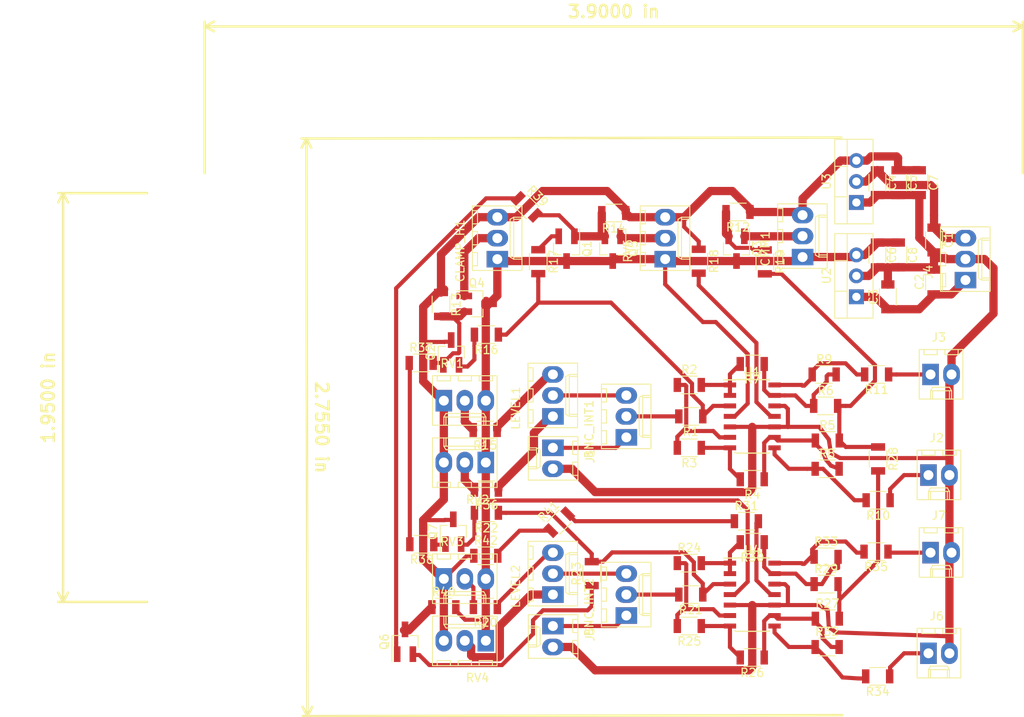
<source format=kicad_pcb>
(kicad_pcb (version 20171130) (host pcbnew 5.0.2-bee76a0~70~ubuntu18.04.1)
  (layers (0 F.Cu signal) (31 B.Cu signal) (34 B.Paste user) (35 F.Paste user) (36 B.SilkS user) (37 F.SilkS user) (38 B.Mask user) (39 F.Mask user) (44 Edge.Cuts user))
  (net 0 "")
  (net 1 GND)
  (net 2 "Net-(J2-Pad1)")
  (net 3 "Net-(J3-Pad1)")
  (net 4 -15V)
  (net 5 "Net-(Q1-Pad2)")
  (net 6 /pos_clamp_voltage)
  (net 7 +15V)
  (net 8 /neg_clamp_voltage)
  (net 9 /offset_voltage)
  (net 10 "Net-(Q5-Pad1)")
  (net 11 "Net-(R2-Pad1)")
  (net 12 "Net-(R2-Pad2)")
  (net 13 "Net-(R3-Pad1)")
  (net 14 "Net-(R4-Pad1)")
  (net 15 "Net-(R6-Pad1)")
  (net 16 "Net-(R10-Pad2)")
  (net 17 "Net-(R11-Pad2)")
  (net 18 "Net-(BNC_INT1-Pad3)")
  (net 19 "Net-(BNC_INT1-Pad2)")
  (net 20 "Net-(BNC_INT1-Pad1)")
  (net 21 "Net-(C1-Pad1)")
  (net 22 "Net-(C2-Pad1)")
  (net 23 "Net-(CLAMP_H1-Pad2)")
  (net 24 "Net-(CMM1-Pad2)")
  (net 25 "Net-(LEVEL1-Pad1)")
  (net 26 "Net-(LEVEL1-Pad3)")
  (net 27 "Net-(R15-Pad2)")
  (net 28 "Net-(Q2-Pad2)")
  (net 29 "Net-(R1-Pad1)")
  (net 30 "Net-(R18-Pad2)")
  (net 31 "Net-(BNC_INT2-Pad1)")
  (net 32 "Net-(BNC_INT2-Pad2)")
  (net 33 "Net-(BNC_INT2-Pad3)")
  (net 34 "Net-(J6-Pad1)")
  (net 35 "Net-(J7-Pad1)")
  (net 36 "Net-(LEVEL2-Pad3)")
  (net 37 "Net-(LEVEL2-Pad1)")
  (net 38 "Net-(Q6-Pad2)")
  (net 39 "Net-(Q7-Pad2)")
  (net 40 "Net-(R20-Pad2)")
  (net 41 "Net-(R21-Pad1)")
  (net 42 "Net-(R24-Pad1)")
  (net 43 "Net-(R24-Pad2)")
  (net 44 "Net-(R25-Pad1)")
  (net 45 "Net-(R26-Pad1)")
  (net 46 "Net-(R27-Pad2)")
  (net 47 "Net-(R29-Pad1)")
  (net 48 "Net-(R31-Pad2)")
  (net 49 "Net-(R32-Pad1)")
  (net 50 "Net-(R33-Pad1)")
  (net 51 "Net-(R36-Pad2)")
  (net 52 "Net-(Q6-Pad1)")
  (net 53 "Net-(R37-Pad1)")
  (net 54 "Net-(Q7-Pad1)")
  (net 55 /offset_voltage2)
  (net 56 "Net-(R31-Pad1)")
  (net 57 "Net-(R41-Pad1)")
  (net 58 "Net-(Q6-Pad3)")
  (module Resistors_SMD:R_1206 (layer F.Cu) (at 177.165 119.634 180)
    (fp_text reference R35 (at 0 -1.85 180) (layer F.SilkS))
    (fp_text value 10K)
    (pad 2 smd rect (at 1.45 0 180) (size 0.9 1.7) (layers F.Cu F.Paste F.Mask) (net 50 "Net-(R33-Pad1)"))
    (pad 1 smd rect (at -1.45 0 180) (size 0.9 1.7) (layers F.Cu F.Paste F.Mask) (net 35 "Net-(J7-Pad1)"))
  )
  (module Resistors_SMD:R_1206 (layer F.Cu) (at 171.249 131.191)
    (fp_text reference R32 (at 0 -1.85) (layer F.SilkS))
    (fp_text value 100K)
    (pad 1 smd rect (at -1.45 0) (size 0.9 1.7) (layers F.Cu F.Paste F.Mask) (net 49 "Net-(R32-Pad1)"))
    (pad 2 smd rect (at 1.45 0) (size 0.9 1.7) (layers F.Cu F.Paste F.Mask) (net 45 "Net-(R26-Pad1)"))
  )
  (module Resistors_SMD:R_1206 (layer F.Cu) (at 177.366 134.747 180)
    (fp_text reference R34 (at 0 -1.85 180) (layer F.SilkS))
    (fp_text value 10K)
    (pad 1 smd rect (at -1.45 0 180) (size 0.9 1.7) (layers F.Cu F.Paste F.Mask) (net 34 "Net-(J6-Pad1)"))
    (pad 2 smd rect (at 1.45 0 180) (size 0.9 1.7) (layers F.Cu F.Paste F.Mask) (net 49 "Net-(R32-Pad1)"))
  )
  (module Housings_SOIC:SOIC-14_3.9x8.7mm_Pitch1.27mm (layer F.Cu) (at 162.179 124.841)
    (fp_text reference U4 (at 0 -5.375) (layer F.SilkS))
    (fp_text value LM324)
    (pad 1 smd rect (at -2.7 -3.81) (size 1.5 0.6) (layers F.Cu F.Paste F.Mask) (net 43 "Net-(R24-Pad2)"))
    (pad 2 smd rect (at -2.7 -2.54) (size 1.5 0.6) (layers F.Cu F.Paste F.Mask) (net 43 "Net-(R24-Pad2)"))
    (pad 3 smd rect (at -2.7 -1.27) (size 1.5 0.6) (layers F.Cu F.Paste F.Mask) (net 41 "Net-(R21-Pad1)"))
    (pad 4 smd rect (at -2.7 0) (size 1.5 0.6) (layers F.Cu F.Paste F.Mask) (net 7 +15V))
    (pad 5 smd rect (at -2.7 1.27) (size 1.5 0.6) (layers F.Cu F.Paste F.Mask) (net 1 GND))
    (pad 6 smd rect (at -2.7 2.54) (size 1.5 0.6) (layers F.Cu F.Paste F.Mask) (net 42 "Net-(R24-Pad1)"))
    (pad 7 smd rect (at -2.7 3.81) (size 1.5 0.6) (layers F.Cu F.Paste F.Mask) (net 44 "Net-(R25-Pad1)"))
    (pad 8 smd rect (at 2.7 3.81) (size 1.5 0.6) (layers F.Cu F.Paste F.Mask) (net 49 "Net-(R32-Pad1)"))
    (pad 9 smd rect (at 2.7 2.54) (size 1.5 0.6) (layers F.Cu F.Paste F.Mask) (net 45 "Net-(R26-Pad1)"))
    (pad 10 smd rect (at 2.7 1.27) (size 1.5 0.6) (layers F.Cu F.Paste F.Mask) (net 1 GND))
    (pad 11 smd rect (at 2.7 0) (size 1.5 0.6) (layers F.Cu F.Paste F.Mask) (net 48 "Net-(R31-Pad2)"))
    (pad 12 smd rect (at 2.7 -1.27) (size 1.5 0.6) (layers F.Cu F.Paste F.Mask) (net 1 GND))
    (pad 13 smd rect (at 2.7 -2.54) (size 1.5 0.6) (layers F.Cu F.Paste F.Mask) (net 47 "Net-(R29-Pad1)"))
    (pad 14 smd rect (at 2.7 -3.81) (size 1.5 0.6) (layers F.Cu F.Paste F.Mask) (net 50 "Net-(R33-Pad1)"))
  )
  (module Resistors_SMD:R_1206 (layer F.Cu) (at 129.995 114.935 180)
    (fp_text reference R22 (at 0 -1.85 180) (layer F.SilkS))
    (fp_text value 2K)
    (pad 2 smd rect (at 1.45 0 180) (size 0.9 1.7) (layers F.Cu F.Paste F.Mask) (net 39 "Net-(Q7-Pad2)"))
    (pad 1 smd rect (at -1.45 0 180) (size 0.9 1.7) (layers F.Cu F.Paste F.Mask) (net 41 "Net-(R21-Pad1)"))
  )
  (module Connectors_Molex:Molex_KK-6410-02_02x2.54mm_Straight (layer F.Cu) (at 138.049 128.651 270)
    (fp_text reference J5 (at 1 -4.5 270) (layer F.SilkS))
    (fp_text value INPUT)
    (pad 1 thru_hole rect (at 0 0 270) (size 2 2.6) (drill 1.2) (layers *.Cu *.Mask) (net 31 "Net-(BNC_INT2-Pad1)"))
    (pad 2 thru_hole oval (at 2.54 0 270) (size 2 2.6) (drill 1.2) (layers *.Cu *.Mask) (net 1 GND))
  )
  (module Connectors_Molex:Molex_KK-6410-02_02x2.54mm_Straight (layer F.Cu) (at 183.515 131.953)
    (fp_text reference J6 (at 1 -4.5) (layer F.SilkS))
    (fp_text value ~OUT)
    (pad 1 thru_hole rect (at 0 0) (size 2 2.6) (drill 1.2) (layers *.Cu *.Mask) (net 34 "Net-(J6-Pad1)"))
    (pad 2 thru_hole oval (at 2.54 0) (size 2 2.6) (drill 1.2) (layers *.Cu *.Mask) (net 1 GND))
  )
  (module Connectors_Molex:Molex_KK-6410-03_03x2.54mm_Straight (layer F.Cu) (at 138.049 124.841 90)
    (fp_text reference LEVEL2 (at 1 -4.5 90) (layer F.SilkS))
    (fp_text value SW_SPDT)
    (pad 3 thru_hole oval (at 5.08 0 90) (size 2 2.6) (drill 1.2) (layers *.Cu *.Mask) (net 36 "Net-(LEVEL2-Pad3)"))
    (pad 2 thru_hole oval (at 2.54 0 90) (size 2 2.6) (drill 1.2) (layers *.Cu *.Mask) (net 33 "Net-(BNC_INT2-Pad3)"))
    (pad 1 thru_hole rect (at 0 0 90) (size 2 2.6) (drill 1.2) (layers *.Cu *.Mask) (net 37 "Net-(LEVEL2-Pad1)"))
  )
  (module Resistors_SMD:R_1206 (layer F.Cu) (at 171.122 123.571)
    (fp_text reference R29 (at 0 -1.85) (layer F.SilkS))
    (fp_text value 100K)
    (pad 2 smd rect (at 1.45 0) (size 0.9 1.7) (layers F.Cu F.Paste F.Mask) (net 46 "Net-(R27-Pad2)"))
    (pad 1 smd rect (at -1.45 0) (size 0.9 1.7) (layers F.Cu F.Paste F.Mask) (net 47 "Net-(R29-Pad1)"))
  )
  (module Connectors_Molex:Molex_KK-6410-02_02x2.54mm_Straight (layer F.Cu) (at 183.769 119.761)
    (fp_text reference J7 (at 1 -4.5) (layer F.SilkS))
    (fp_text value OUT)
    (pad 2 thru_hole oval (at 2.54 0) (size 2 2.6) (drill 1.2) (layers *.Cu *.Mask) (net 1 GND))
    (pad 1 thru_hole rect (at 0 0) (size 2 2.6) (drill 1.2) (layers *.Cu *.Mask) (net 35 "Net-(J7-Pad1)"))
  )
  (module Resistors_SMD:R_1206 (layer F.Cu) (at 154.559 121.031)
    (fp_text reference R24 (at 0 -1.85) (layer F.SilkS))
    (fp_text value 100K)
    (pad 1 smd rect (at -1.45 0) (size 0.9 1.7) (layers F.Cu F.Paste F.Mask) (net 42 "Net-(R24-Pad1)"))
    (pad 2 smd rect (at 1.45 0) (size 0.9 1.7) (layers F.Cu F.Paste F.Mask) (net 43 "Net-(R24-Pad2)"))
  )
  (module Resistors_SMD:R_1206 (layer F.Cu) (at 154.739 124.841 180)
    (fp_text reference R21 (at 0 -1.85 180) (layer F.SilkS))
    (fp_text value 100K)
    (pad 1 smd rect (at -1.45 0 180) (size 0.9 1.7) (layers F.Cu F.Paste F.Mask) (net 41 "Net-(R21-Pad1)"))
    (pad 2 smd rect (at 1.45 0 180) (size 0.9 1.7) (layers F.Cu F.Paste F.Mask) (net 32 "Net-(BNC_INT2-Pad2)"))
  )
  (module Resistors_SMD:R_1206 (layer F.Cu) (at 162.179 118.491 180)
    (fp_text reference R30 (at 0 -1.85 180) (layer F.SilkS))
    (fp_text value 100K)
    (pad 1 smd rect (at -1.45 0 180) (size 0.9 1.7) (layers F.Cu F.Paste F.Mask) (net 47 "Net-(R29-Pad1)"))
    (pad 2 smd rect (at 1.45 0 180) (size 0.9 1.7) (layers F.Cu F.Paste F.Mask) (net 43 "Net-(R24-Pad2)"))
  )
  (module Connectors_Molex:Molex_KK-6410-03_03x2.54mm_Straight (layer F.Cu) (at 124.841 122.936)
    (fp_text reference RV3 (at 1 -4.5) (layer F.SilkS))
    (fp_text value R_POT)
    (pad 1 thru_hole rect (at 0 0) (size 2 2.6) (drill 1.2) (layers *.Cu *.Mask) (net 4 -15V))
    (pad 2 thru_hole oval (at 2.54 0) (size 2 2.6) (drill 1.2) (layers *.Cu *.Mask) (net 40 "Net-(R20-Pad2)"))
    (pad 3 thru_hole oval (at 5.08 0) (size 2 2.6) (drill 1.2) (layers *.Cu *.Mask) (net 7 +15V))
  )
  (module Connectors_Molex:Molex_KK-6410-03_03x2.54mm_Straight (layer F.Cu) (at 129.921 130.429 180)
    (fp_text reference RV4 (at 1 -4.5 180) (layer F.SilkS))
    (fp_text value R_POT)
    (pad 1 thru_hole rect (at 0 0 180) (size 2 2.6) (drill 1.2) (layers *.Cu *.Mask) (net 7 +15V))
    (pad 2 thru_hole oval (at 2.54 0 180) (size 2 2.6) (drill 1.2) (layers *.Cu *.Mask) (net 37 "Net-(LEVEL2-Pad1)"))
    (pad 3 thru_hole oval (at 5.08 0 180) (size 2 2.6) (drill 1.2) (layers *.Cu *.Mask) (net 4 -15V))
  )
  (module Resistors_SMD:R_1206 (layer F.Cu) (at 162.179 132.461 180)
    (fp_text reference R26 (at 0 -1.85 180) (layer F.SilkS))
    (fp_text value 100K)
    (pad 1 smd rect (at -1.45 0 180) (size 0.9 1.7) (layers F.Cu F.Paste F.Mask) (net 45 "Net-(R26-Pad1)"))
    (pad 2 smd rect (at 1.45 0 180) (size 0.9 1.7) (layers F.Cu F.Paste F.Mask) (net 44 "Net-(R25-Pad1)"))
  )
  (module Resistors_SMD:R_1206 (layer F.Cu) (at 171.27 127.762)
    (fp_text reference R27 (at 0 -1.85) (layer F.SilkS))
    (fp_text value 100K)
    (pad 2 smd rect (at 1.45 0) (size 0.9 1.7) (layers F.Cu F.Paste F.Mask) (net 46 "Net-(R27-Pad2)"))
    (pad 1 smd rect (at -1.45 0) (size 0.9 1.7) (layers F.Cu F.Paste F.Mask) (net 45 "Net-(R26-Pad1)"))
  )
  (module Connectors_Molex:Molex_KK-6410-03_03x2.54mm_Straight (layer F.Cu) (at 146.939 127.381 90)
    (fp_text reference BNC_INT2 (at 1 -4.5 90) (layer F.SilkS))
    (fp_text value SW_SPDT)
    (pad 1 thru_hole rect (at 0 0 90) (size 2 2.6) (drill 1.2) (layers *.Cu *.Mask) (net 31 "Net-(BNC_INT2-Pad1)"))
    (pad 2 thru_hole oval (at 2.54 0 90) (size 2 2.6) (drill 1.2) (layers *.Cu *.Mask) (net 32 "Net-(BNC_INT2-Pad2)"))
    (pad 3 thru_hole oval (at 5.08 0 90) (size 2 2.6) (drill 1.2) (layers *.Cu *.Mask) (net 33 "Net-(BNC_INT2-Pad3)"))
  )
  (module TO_SOT_Packages_SMD:SOT-23_Handsoldering (layer F.Cu) (at 120.142 130.556 90)
    (fp_text reference Q6 (at 0 -2.5 90) (layer F.SilkS))
    (fp_text value Q_NPN_BEC)
    (pad 1 smd rect (at -1.5 -0.95 90) (size 1.9 0.8) (layers F.Cu F.Paste F.Mask) (net 52 "Net-(Q6-Pad1)"))
    (pad 2 smd rect (at -1.5 0.95 90) (size 1.9 0.8) (layers F.Cu F.Paste F.Mask) (net 38 "Net-(Q6-Pad2)"))
    (pad 3 smd rect (at 1.5 0 90) (size 1.9 0.8) (layers F.Cu F.Paste F.Mask) (net 58 "Net-(Q6-Pad3)"))
  )
  (module Resistors_SMD:R_1206 (layer F.Cu) (at 154.559 128.651 180)
    (fp_text reference R25 (at 0 -1.85 180) (layer F.SilkS))
    (fp_text value 100K)
    (pad 2 smd rect (at 1.45 0 180) (size 0.9 1.7) (layers F.Cu F.Paste F.Mask) (net 42 "Net-(R24-Pad1)"))
    (pad 1 smd rect (at -1.45 0 180) (size 0.9 1.7) (layers F.Cu F.Paste F.Mask) (net 44 "Net-(R25-Pad1)"))
  )
  (module Resistors_SMD:R_1206 (layer F.Cu) (at 154.559 107.061 180)
    (fp_text reference R3 (at 0 -1.85 180) (layer F.SilkS))
    (fp_text value 100K)
    (pad 1 smd rect (at -1.45 0 180) (size 0.9 1.7) (layers F.Cu F.Paste F.Mask) (net 13 "Net-(R3-Pad1)"))
    (pad 2 smd rect (at 1.45 0 180) (size 0.9 1.7) (layers F.Cu F.Paste F.Mask) (net 11 "Net-(R2-Pad1)"))
  )
  (module TO_SOT_Packages_SMD:SOT-23_Handsoldering (layer F.Cu) (at 139.7 82.931 270)
    (fp_text reference Q1 (at 0 -2.5 270) (layer F.SilkS))
    (fp_text value Q_NPN_BEC)
    (pad 3 smd rect (at 1.5 0 270) (size 1.9 0.8) (layers F.Cu F.Paste F.Mask) (net 7 +15V))
    (pad 2 smd rect (at -1.5 0.95 270) (size 1.9 0.8) (layers F.Cu F.Paste F.Mask) (net 5 "Net-(Q1-Pad2)"))
    (pad 1 smd rect (at -1.5 -0.95 270) (size 1.9 0.8) (layers F.Cu F.Paste F.Mask) (net 8 /neg_clamp_voltage))
  )
  (module Connectors_Molex:Molex_KK-6410-03_03x2.54mm_Straight (layer F.Cu) (at 146.939 105.791 90)
    (fp_text reference BNC_INT1 (at 1 -4.5 90) (layer F.SilkS))
    (fp_text value SW_SPDT)
    (pad 3 thru_hole oval (at 5.08 0 90) (size 2 2.6) (drill 1.2) (layers *.Cu *.Mask) (net 18 "Net-(BNC_INT1-Pad3)"))
    (pad 2 thru_hole oval (at 2.54 0 90) (size 2 2.6) (drill 1.2) (layers *.Cu *.Mask) (net 19 "Net-(BNC_INT1-Pad2)"))
    (pad 1 thru_hole rect (at 0 0 90) (size 2 2.6) (drill 1.2) (layers *.Cu *.Mask) (net 20 "Net-(BNC_INT1-Pad1)"))
  )
  (module Resistors_SMD:R_1206 (layer F.Cu) (at 171.27 106.172)
    (fp_text reference R5 (at 0 -1.85) (layer F.SilkS))
    (fp_text value 100K)
    (pad 1 smd rect (at -1.45 0) (size 0.9 1.7) (layers F.Cu F.Paste F.Mask) (net 14 "Net-(R4-Pad1)"))
    (pad 2 smd rect (at 1.45 0) (size 0.9 1.7) (layers F.Cu F.Paste F.Mask) (net 55 /offset_voltage2))
  )
  (module Resistors_SMD:R_1206 (layer F.Cu) (at 162.179 110.871 180)
    (fp_text reference R4 (at 0 -1.85 180) (layer F.SilkS))
    (fp_text value 100K)
    (pad 2 smd rect (at 1.45 0 180) (size 0.9 1.7) (layers F.Cu F.Paste F.Mask) (net 13 "Net-(R3-Pad1)"))
    (pad 1 smd rect (at -1.45 0 180) (size 0.9 1.7) (layers F.Cu F.Paste F.Mask) (net 14 "Net-(R4-Pad1)"))
  )
  (module Connectors_Molex:Molex_KK-6410-03_03x2.54mm_Straight (layer F.Cu) (at 168.275 83.947 90)
    (fp_text reference CMM1 (at 1 -4.5 90) (layer F.SilkS))
    (fp_text value R_POT)
    (pad 3 thru_hole oval (at 5.08 0 90) (size 2 2.6) (drill 1.2) (layers *.Cu *.Mask) (net 4 -15V))
    (pad 2 thru_hole oval (at 2.54 0 90) (size 2 2.6) (drill 1.2) (layers *.Cu *.Mask) (net 24 "Net-(CMM1-Pad2)"))
    (pad 1 thru_hole rect (at 0 0 90) (size 2 2.6) (drill 1.2) (layers *.Cu *.Mask) (net 7 +15V))
  )
  (module TO_SOT_Packages_SMD:SOT-23_Handsoldering (layer F.Cu) (at 160.274 82.931 270)
    (fp_text reference Q3 (at 0 -2.5 270) (layer F.SilkS))
    (fp_text value Q_PNP_BEC)
    (pad 1 smd rect (at -1.5 -0.95 270) (size 1.9 0.8) (layers F.Cu F.Paste F.Mask) (net 24 "Net-(CMM1-Pad2)"))
    (pad 2 smd rect (at -1.5 0.95 270) (size 1.9 0.8) (layers F.Cu F.Paste F.Mask) (net 9 /offset_voltage))
    (pad 3 smd rect (at 1.5 0 270) (size 1.9 0.8) (layers F.Cu F.Paste F.Mask) (net 7 +15V))
  )
  (module Connectors_Molex:Molex_KK-6410-03_03x2.54mm_Straight (layer F.Cu) (at 129.921 108.839 180)
    (fp_text reference RV2 (at 1 -4.5 180) (layer F.SilkS))
    (fp_text value R_POT)
    (pad 3 thru_hole oval (at 5.08 0 180) (size 2 2.6) (drill 1.2) (layers *.Cu *.Mask) (net 4 -15V))
    (pad 2 thru_hole oval (at 2.54 0 180) (size 2 2.6) (drill 1.2) (layers *.Cu *.Mask) (net 51 "Net-(R36-Pad2)"))
    (pad 1 thru_hole rect (at 0 0 180) (size 2 2.6) (drill 1.2) (layers *.Cu *.Mask) (net 7 +15V))
  )
  (module Capacitors_SMD:C_1206 (layer F.Cu) (at 178.598078 88.76812 90)
    (fp_text reference C3 (at 0 -1.75 90) (layer F.SilkS))
    (fp_text value C)
    (pad 1 smd rect (at -1.5 0 90) (size 1 1.6) (layers F.Cu F.Paste F.Mask) (net 22 "Net-(C2-Pad1)"))
    (pad 2 smd rect (at 1.5 0 90) (size 1 1.6) (layers F.Cu F.Paste F.Mask) (net 1 GND))
  )
  (module Capacitors_SMD:C_1206 (layer F.Cu) (at 184.186078 86.96612 90)
    (fp_text reference C2 (at 0 -1.75 90) (layer F.SilkS))
    (fp_text value C)
    (pad 2 smd rect (at 1.5 0 90) (size 1 1.6) (layers F.Cu F.Paste F.Mask) (net 1 GND))
    (pad 1 smd rect (at -1.5 0 90) (size 1 1.6) (layers F.Cu F.Paste F.Mask) (net 22 "Net-(C2-Pad1)"))
  )
  (module TO_SOT_Packages_SMD:SOT-23_Handsoldering (layer F.Cu) (at 125.73 95.504 90)
    (fp_text reference Q2 (at 0 -2.5 90) (layer F.SilkS))
    (fp_text value Q_PNP_BEC)
    (pad 3 smd rect (at 1.5 0 90) (size 1.9 0.8) (layers F.Cu F.Paste F.Mask) (net 4 -15V))
    (pad 2 smd rect (at -1.5 0.95 90) (size 1.9 0.8) (layers F.Cu F.Paste F.Mask) (net 28 "Net-(Q2-Pad2)"))
    (pad 1 smd rect (at -1.5 -0.95 90) (size 1.9 0.8) (layers F.Cu F.Paste F.Mask) (net 6 /pos_clamp_voltage))
  )
  (module Connectors_Molex:Molex_KK-6410-03_03x2.54mm_Straight (layer F.Cu) (at 124.841 101.346)
    (fp_text reference RV1 (at 1 -4.5) (layer F.SilkS))
    (fp_text value R_POT)
    (pad 3 thru_hole oval (at 5.08 0) (size 2 2.6) (drill 1.2) (layers *.Cu *.Mask) (net 7 +15V))
    (pad 2 thru_hole oval (at 2.54 0) (size 2 2.6) (drill 1.2) (layers *.Cu *.Mask) (net 27 "Net-(R15-Pad2)"))
    (pad 1 thru_hole rect (at 0 0) (size 2 2.6) (drill 1.2) (layers *.Cu *.Mask) (net 4 -15V))
  )
  (module Capacitors_SMD:C_1206 (layer F.Cu) (at 177.328078 83.68812 270)
    (fp_text reference C6 (at 0 -1.75 270) (layer F.SilkS))
    (fp_text value C)
    (pad 2 smd rect (at 1.5 0 270) (size 1 1.6) (layers F.Cu F.Paste F.Mask) (net 1 GND))
    (pad 1 smd rect (at -1.5 0 270) (size 1 1.6) (layers F.Cu F.Paste F.Mask) (net 7 +15V))
  )
  (module Resistors_SMD:R_1206 (layer F.Cu) (at 162.179 96.901 180)
    (fp_text reference R7 (at 0 -1.85 180) (layer F.SilkS))
    (fp_text value 100K)
    (pad 2 smd rect (at 1.45 0 180) (size 0.9 1.7) (layers F.Cu F.Paste F.Mask) (net 12 "Net-(R2-Pad2)"))
    (pad 1 smd rect (at -1.45 0 180) (size 0.9 1.7) (layers F.Cu F.Paste F.Mask) (net 15 "Net-(R6-Pad1)"))
  )
  (module TO_SOT_Packages_SMD:SOT-23_Handsoldering (layer F.Cu) (at 128.815405 89.611333)
    (fp_text reference Q4 (at 0 -2.5) (layer F.SilkS))
    (fp_text value Q_PNP_BEC)
    (pad 3 smd rect (at 1.5 0) (size 1.9 0.8) (layers F.Cu F.Paste F.Mask) (net 7 +15V))
    (pad 2 smd rect (at -1.5 0.95) (size 1.9 0.8) (layers F.Cu F.Paste F.Mask) (net 6 /pos_clamp_voltage))
    (pad 1 smd rect (at -1.5 -0.95) (size 1.9 0.8) (layers F.Cu F.Paste F.Mask) (net 23 "Net-(CLAMP_H1-Pad2)"))
  )
  (module Capacitors_SMD:C_1206 (layer F.Cu) (at 184.186078 81.88612 270)
    (fp_text reference C1 (at 0 -1.75 270) (layer F.SilkS))
    (fp_text value C)
    (pad 1 smd rect (at -1.5 0 270) (size 1 1.6) (layers F.Cu F.Paste F.Mask) (net 21 "Net-(C1-Pad1)"))
    (pad 2 smd rect (at 1.5 0 270) (size 1 1.6) (layers F.Cu F.Paste F.Mask) (net 1 GND))
  )
  (module Resistors_SMD:R_1206 (layer F.Cu) (at 154.739 103.251 180)
    (fp_text reference R1 (at 0 -1.85 180) (layer F.SilkS))
    (fp_text value 100K)
    (pad 2 smd rect (at 1.45 0 180) (size 0.9 1.7) (layers F.Cu F.Paste F.Mask) (net 19 "Net-(BNC_INT1-Pad2)"))
    (pad 1 smd rect (at -1.45 0 180) (size 0.9 1.7) (layers F.Cu F.Paste F.Mask) (net 29 "Net-(R1-Pad1)"))
  )
  (module Capacitors_SMD:C_1206 (layer F.Cu) (at 179.832 74.93 270)
    (fp_text reference C5 (at 0 -1.75 270) (layer F.SilkS))
    (fp_text value C)
    (pad 2 smd rect (at 1.5 0 270) (size 1 1.6) (layers F.Cu F.Paste F.Mask) (net 1 GND))
    (pad 1 smd rect (at -1.5 0 270) (size 1 1.6) (layers F.Cu F.Paste F.Mask) (net 4 -15V))
  )
  (module Resistors_SMD:R_1206 (layer F.Cu) (at 154.559 99.441)
    (fp_text reference R2 (at 0 -1.85) (layer F.SilkS))
    (fp_text value 100K)
    (pad 2 smd rect (at 1.45 0) (size 0.9 1.7) (layers F.Cu F.Paste F.Mask) (net 12 "Net-(R2-Pad2)"))
    (pad 1 smd rect (at -1.45 0) (size 0.9 1.7) (layers F.Cu F.Paste F.Mask) (net 11 "Net-(R2-Pad1)"))
  )
  (module Connectors_Molex:Molex_KK-6410-02_02x2.54mm_Straight (layer F.Cu) (at 183.769 98.171)
    (fp_text reference J3 (at 1 -4.5) (layer F.SilkS))
    (fp_text value OUT)
    (pad 1 thru_hole rect (at 0 0) (size 2 2.6) (drill 1.2) (layers *.Cu *.Mask) (net 3 "Net-(J3-Pad1)"))
    (pad 2 thru_hole oval (at 2.54 0) (size 2 2.6) (drill 1.2) (layers *.Cu *.Mask) (net 1 GND))
  )
  (module Resistors_SMD:R_1206 (layer F.Cu) (at 145.415 78.613 180)
    (fp_text reference R14 (at 0 -1.85 180) (layer F.SilkS))
    (fp_text value R)
    (pad 1 smd rect (at -1.45 0 180) (size 0.9 1.7) (layers F.Cu F.Paste F.Mask) (net 4 -15V))
    (pad 2 smd rect (at 1.45 0 180) (size 0.9 1.7) (layers F.Cu F.Paste F.Mask) (net 8 /neg_clamp_voltage))
  )
  (module Resistors_SMD:R_1206 (layer F.Cu) (at 171.069 101.981)
    (fp_text reference R6 (at 0 -1.85) (layer F.SilkS))
    (fp_text value 100K)
    (pad 1 smd rect (at -1.45 0) (size 0.9 1.7) (layers F.Cu F.Paste F.Mask) (net 15 "Net-(R6-Pad1)"))
    (pad 2 smd rect (at 1.45 0) (size 0.9 1.7) (layers F.Cu F.Paste F.Mask) (net 55 /offset_voltage2))
  )
  (module Connectors_Molex:Molex_KK-6410-03_03x2.54mm_Straight (layer F.Cu) (at 151.638 84.201 90)
    (fp_text reference RV5 (at 1 -4.5 90) (layer F.SilkS))
    (fp_text value CLAMP_L)
    (pad 1 thru_hole rect (at 0 0 90) (size 2 2.6) (drill 1.2) (layers *.Cu *.Mask) (net 7 +15V))
    (pad 2 thru_hole oval (at 2.54 0 90) (size 2 2.6) (drill 1.2) (layers *.Cu *.Mask) (net 10 "Net-(Q5-Pad1)"))
    (pad 3 thru_hole oval (at 5.08 0 90) (size 2 2.6) (drill 1.2) (layers *.Cu *.Mask) (net 4 -15V))
  )
  (module Connectors_Molex:Molex_KK-6410-03_03x2.54mm_Straight (layer F.Cu) (at 187.996078 86.73612 90)
    (fp_text reference J4 (at 1 -4.5 90) (layer F.SilkS))
    (fp_text value Conn_01x03_Male)
    (pad 1 thru_hole rect (at 0 0 90) (size 2 2.6) (drill 1.2) (layers *.Cu *.Mask) (net 22 "Net-(C2-Pad1)"))
    (pad 2 thru_hole oval (at 2.54 0 90) (size 2 2.6) (drill 1.2) (layers *.Cu *.Mask) (net 1 GND))
    (pad 3 thru_hole oval (at 5.08 0 90) (size 2 2.6) (drill 1.2) (layers *.Cu *.Mask) (net 21 "Net-(C1-Pad1)"))
  )
  (module Connectors_Molex:Molex_KK-6410-03_03x2.54mm_Straight (layer F.Cu) (at 138.049 103.251 90)
    (fp_text reference LEVEL1 (at 1 -4.5 90) (layer F.SilkS))
    (fp_text value SW_SPDT)
    (pad 1 thru_hole rect (at 0 0 90) (size 2 2.6) (drill 1.2) (layers *.Cu *.Mask) (net 25 "Net-(LEVEL1-Pad1)"))
    (pad 2 thru_hole oval (at 2.54 0 90) (size 2 2.6) (drill 1.2) (layers *.Cu *.Mask) (net 18 "Net-(BNC_INT1-Pad3)"))
    (pad 3 thru_hole oval (at 5.08 0 90) (size 2 2.6) (drill 1.2) (layers *.Cu *.Mask) (net 26 "Net-(LEVEL1-Pad3)"))
  )
  (module TO_SOT_Packages_SMD:SOT-23_Handsoldering (layer F.Cu) (at 145.288 82.931 270)
    (fp_text reference Q5 (at 0 -2.5 270) (layer F.SilkS))
    (fp_text value Q_PNP_BEC)
    (pad 1 smd rect (at -1.5 -0.95 270) (size 1.9 0.8) (layers F.Cu F.Paste F.Mask) (net 10 "Net-(Q5-Pad1)"))
    (pad 2 smd rect (at -1.5 0.95 270) (size 1.9 0.8) (layers F.Cu F.Paste F.Mask) (net 8 /neg_clamp_voltage))
    (pad 3 smd rect (at 1.5 0 270) (size 1.9 0.8) (layers F.Cu F.Paste F.Mask) (net 7 +15V))
  )
  (module Capacitors_SMD:C_1206 (layer F.Cu) (at 179.868078 83.68812 270)
    (fp_text reference C8 (at 0 -1.75 270) (layer F.SilkS))
    (fp_text value C)
    (pad 1 smd rect (at -1.5 0 270) (size 1 1.6) (layers F.Cu F.Paste F.Mask) (net 7 +15V))
    (pad 2 smd rect (at 1.5 0 270) (size 1 1.6) (layers F.Cu F.Paste F.Mask) (net 1 GND))
  )
  (module Resistors_SMD:R_1206 (layer F.Cu) (at 124.497405 89.685333 270)
    (fp_text reference R13 (at 0 -1.85 270) (layer F.SilkS))
    (fp_text value R)
    (pad 1 smd rect (at -1.45 0 270) (size 0.9 1.7) (layers F.Cu F.Paste F.Mask) (net 4 -15V))
    (pad 2 smd rect (at 1.45 0 270) (size 0.9 1.7) (layers F.Cu F.Paste F.Mask) (net 6 /pos_clamp_voltage))
  )
  (module Connectors_Molex:Molex_KK-6410-02_02x2.54mm_Straight (layer F.Cu) (at 183.515 110.363)
    (fp_text reference J2 (at 1 -4.5) (layer F.SilkS))
    (fp_text value ~OUT)
    (pad 2 thru_hole oval (at 2.54 0) (size 2 2.6) (drill 1.2) (layers *.Cu *.Mask) (net 1 GND))
    (pad 1 thru_hole rect (at 0 0) (size 2 2.6) (drill 1.2) (layers *.Cu *.Mask) (net 2 "Net-(J2-Pad1)"))
  )
  (module Connectors_Molex:Molex_KK-6410-03_03x2.54mm_Straight (layer F.Cu) (at 131.318 84.201 90)
    (fp_text reference CLAMP_H1 (at 1 -4.5 90) (layer F.SilkS))
    (fp_text value R_POT)
    (pad 1 thru_hole rect (at 0 0 90) (size 2 2.6) (drill 1.2) (layers *.Cu *.Mask) (net 7 +15V))
    (pad 2 thru_hole oval (at 2.54 0 90) (size 2 2.6) (drill 1.2) (layers *.Cu *.Mask) (net 23 "Net-(CLAMP_H1-Pad2)"))
    (pad 3 thru_hole oval (at 5.08 0 90) (size 2 2.6) (drill 1.2) (layers *.Cu *.Mask) (net 4 -15V))
  )
  (module Connectors_Molex:Molex_KK-6410-02_02x2.54mm_Straight (layer F.Cu) (at 138.049 107.061 270)
    (fp_text reference J1 (at 1 -4.5 270) (layer F.SilkS))
    (fp_text value INPUT)
    (pad 2 thru_hole oval (at 2.54 0 270) (size 2 2.6) (drill 1.2) (layers *.Cu *.Mask) (net 1 GND))
    (pad 1 thru_hole rect (at 0 0 270) (size 2 2.6) (drill 1.2) (layers *.Cu *.Mask) (net 20 "Net-(BNC_INT1-Pad1)"))
  )
  (module Capacitors_SMD:C_1206 (layer F.Cu) (at 182.408078 74.93 270)
    (fp_text reference C7 (at 0 -1.75 270) (layer F.SilkS))
    (fp_text value C)
    (pad 1 smd rect (at -1.5 0 270) (size 1 1.6) (layers F.Cu F.Paste F.Mask) (net 4 -15V))
    (pad 2 smd rect (at 1.5 0 270) (size 1 1.6) (layers F.Cu F.Paste F.Mask) (net 1 GND))
  )
  (module Capacitors_SMD:C_1206 (layer F.Cu) (at 177.328078 74.93 270)
    (fp_text reference C4 (at 0 -1.75 270) (layer F.SilkS))
    (fp_text value C)
    (pad 2 smd rect (at 1.5 0 270) (size 1 1.6) (layers F.Cu F.Paste F.Mask) (net 1 GND))
    (pad 1 smd rect (at -1.5 0 270) (size 1 1.6) (layers F.Cu F.Paste F.Mask) (net 21 "Net-(C1-Pad1)"))
  )
  (module Housings_SOIC:SOIC-14_3.9x8.7mm_Pitch1.27mm (layer F.Cu) (at 162.179 103.251)
    (fp_text reference U1 (at 0 -5.375) (layer F.SilkS))
    (fp_text value LM324)
    (pad 14 smd rect (at 2.7 -3.81) (size 1.5 0.6) (layers F.Cu F.Paste F.Mask) (net 17 "Net-(R11-Pad2)"))
    (pad 13 smd rect (at 2.7 -2.54) (size 1.5 0.6) (layers F.Cu F.Paste F.Mask) (net 15 "Net-(R6-Pad1)"))
    (pad 12 smd rect (at 2.7 -1.27) (size 1.5 0.6) (layers F.Cu F.Paste F.Mask) (net 1 GND))
    (pad 11 smd rect (at 2.7 0) (size 1.5 0.6) (layers F.Cu F.Paste F.Mask) (net 30 "Net-(R18-Pad2)"))
    (pad 10 smd rect (at 2.7 1.27) (size 1.5 0.6) (layers F.Cu F.Paste F.Mask) (net 1 GND))
    (pad 9 smd rect (at 2.7 2.54) (size 1.5 0.6) (layers F.Cu F.Paste F.Mask) (net 14 "Net-(R4-Pad1)"))
    (pad 8 smd rect (at 2.7 3.81) (size 1.5 0.6) (layers F.Cu F.Paste F.Mask) (net 16 "Net-(R10-Pad2)"))
    (pad 7 smd rect (at -2.7 3.81) (size 1.5 0.6) (layers F.Cu F.Paste F.Mask) (net 13 "Net-(R3-Pad1)"))
    (pad 6 smd rect (at -2.7 2.54) (size 1.5 0.6) (layers F.Cu F.Paste F.Mask) (net 11 "Net-(R2-Pad1)"))
    (pad 5 smd rect (at -2.7 1.27) (size 1.5 0.6) (layers F.Cu F.Paste F.Mask) (net 1 GND))
    (pad 4 smd rect (at -2.7 0) (size 1.5 0.6) (layers F.Cu F.Paste F.Mask) (net 7 +15V))
    (pad 3 smd rect (at -2.7 -1.27) (size 1.5 0.6) (layers F.Cu F.Paste F.Mask) (net 29 "Net-(R1-Pad1)"))
    (pad 2 smd rect (at -2.7 -2.54) (size 1.5 0.6) (layers F.Cu F.Paste F.Mask) (net 12 "Net-(R2-Pad2)"))
    (pad 1 smd rect (at -2.7 -3.81) (size 1.5 0.6) (layers F.Cu F.Paste F.Mask) (net 12 "Net-(R2-Pad2)"))
  )
  (module Resistors_SMD:R_1206 (layer F.Cu) (at 170.889 98.171)
    (fp_text reference R9 (at 0 -1.85) (layer F.SilkS))
    (fp_text value 100K)
    (pad 1 smd rect (at -1.45 0) (size 0.9 1.7) (layers F.Cu F.Paste F.Mask) (net 17 "Net-(R11-Pad2)"))
    (pad 2 smd rect (at 1.45 0) (size 0.9 1.7) (layers F.Cu F.Paste F.Mask) (net 15 "Net-(R6-Pad1)"))
  )
  (module Resistors_SMD:R_1206 (layer F.Cu) (at 177.239 98.171 180)
    (fp_text reference R11 (at 0 -1.85 180) (layer F.SilkS))
    (fp_text value 10K)
    (pad 2 smd rect (at 1.45 0 180) (size 0.9 1.7) (layers F.Cu F.Paste F.Mask) (net 17 "Net-(R11-Pad2)"))
    (pad 1 smd rect (at -1.45 0 180) (size 0.9 1.7) (layers F.Cu F.Paste F.Mask) (net 3 "Net-(J3-Pad1)"))
  )
  (module Resistors_SMD:R_1206 (layer F.Cu) (at 171.249 109.601)
    (fp_text reference R8 (at 0 -1.85) (layer F.SilkS))
    (fp_text value 100K)
    (pad 2 smd rect (at 1.45 0) (size 0.9 1.7) (layers F.Cu F.Paste F.Mask) (net 14 "Net-(R4-Pad1)"))
    (pad 1 smd rect (at -1.45 0) (size 0.9 1.7) (layers F.Cu F.Paste F.Mask) (net 16 "Net-(R10-Pad2)"))
  )
  (module Resistors_SMD:R_1206 (layer F.Cu) (at 177.419 113.411 180)
    (fp_text reference R10 (at 0 -1.85 180) (layer F.SilkS))
    (fp_text value 10K)
    (pad 1 smd rect (at -1.45 0 180) (size 0.9 1.7) (layers F.Cu F.Paste F.Mask) (net 2 "Net-(J2-Pad1)"))
    (pad 2 smd rect (at 1.45 0 180) (size 0.9 1.7) (layers F.Cu F.Paste F.Mask) (net 16 "Net-(R10-Pad2)"))
  )
  (module Resistors_SMD:R_1206 (layer F.Cu) (at 160.454 78.486 180)
    (fp_text reference R12 (at 0 -1.85 180) (layer F.SilkS))
    (fp_text value R)
    (pad 2 smd rect (at 1.45 0 180) (size 0.9 1.7) (layers F.Cu F.Paste F.Mask) (net 9 /offset_voltage))
    (pad 1 smd rect (at -1.45 0 180) (size 0.9 1.7) (layers F.Cu F.Paste F.Mask) (net 4 -15V))
  )
  (module TO_SOT_Packages_THT:TO-220-3_Vertical (layer F.Cu) (at 174.788078 88.76812 90)
    (fp_text reference U2 (at 2.54 -3.62 90) (layer F.SilkS))
    (fp_text value L7812)
    (pad 1 thru_hole rect (at 0 0 90) (size 1.8 1.8) (drill 1) (layers *.Cu *.Mask) (net 22 "Net-(C2-Pad1)"))
    (pad 2 thru_hole oval (at 2.54 0 90) (size 1.8 1.8) (drill 1) (layers *.Cu *.Mask) (net 1 GND))
    (pad 3 thru_hole oval (at 5.08 0 90) (size 1.8 1.8) (drill 1) (layers *.Cu *.Mask) (net 7 +15V))
  )
  (module TO_SOT_Packages_THT:TO-220-3_Vertical (layer F.Cu) (at 174.788078 77.33812 90)
    (fp_text reference U3 (at 2.54 -3.62 90) (layer F.SilkS))
    (fp_text value L7912)
    (pad 3 thru_hole oval (at 5.08 0 90) (size 1.8 1.8) (drill 1) (layers *.Cu *.Mask) (net 4 -15V))
    (pad 2 thru_hole oval (at 2.54 0 90) (size 1.8 1.8) (drill 1) (layers *.Cu *.Mask) (net 21 "Net-(C1-Pad1)"))
    (pad 1 thru_hole rect (at 0 0 90) (size 1.8 1.8) (drill 1) (layers *.Cu *.Mask) (net 1 GND))
  )
  (module Resistors_SMD:R_1206 (layer F.Cu) (at 129.847 104.902 180)
    (fp_text reference R15 (at 0 -1.85 180) (layer F.SilkS))
    (fp_text value 0)
    (pad 2 smd rect (at 1.45 0 180) (size 0.9 1.7) (layers F.Cu F.Paste F.Mask) (net 27 "Net-(R15-Pad2)"))
    (pad 1 smd rect (at -1.45 0 180) (size 0.9 1.7) (layers F.Cu F.Paste F.Mask) (net 26 "Net-(LEVEL1-Pad3)"))
  )
  (module Resistors_SMD:R_1206 (layer F.Cu) (at 129.995 93.345 180)
    (fp_text reference R16 (at 0 -1.85 180) (layer F.SilkS))
    (fp_text value 2K)
    (pad 1 smd rect (at -1.45 0 180) (size 0.9 1.7) (layers F.Cu F.Paste F.Mask) (net 29 "Net-(R1-Pad1)"))
    (pad 2 smd rect (at 1.45 0 180) (size 0.9 1.7) (layers F.Cu F.Paste F.Mask) (net 28 "Net-(Q2-Pad2)"))
  )
  (module Resistors_SMD:R_1206 (layer F.Cu) (at 136.271 84.508 270)
    (fp_text reference R17 (at 0 -1.85 270) (layer F.SilkS))
    (fp_text value 2K)
    (pad 2 smd rect (at 1.45 0 270) (size 0.9 1.7) (layers F.Cu F.Paste F.Mask) (net 29 "Net-(R1-Pad1)"))
    (pad 1 smd rect (at -1.45 0 270) (size 0.9 1.7) (layers F.Cu F.Paste F.Mask) (net 5 "Net-(Q1-Pad2)"))
  )
  (module Resistors_SMD:R_1206 (layer F.Cu) (at 155.702 84.455 270)
    (fp_text reference R18 (at 0 -1.85 270) (layer F.SilkS))
    (fp_text value R)
    (pad 2 smd rect (at 1.45 0 270) (size 0.9 1.7) (layers F.Cu F.Paste F.Mask) (net 30 "Net-(R18-Pad2)"))
    (pad 1 smd rect (at -1.45 0 270) (size 0.9 1.7) (layers F.Cu F.Paste F.Mask) (net 4 -15V))
  )
  (module Resistors_SMD:R_1206 (layer F.Cu) (at 163.703 84.529 270)
    (fp_text reference R19 (at 0 -1.85 270) (layer F.SilkS))
    (fp_text value 0)
    (pad 2 smd rect (at 1.45 0 270) (size 0.9 1.7) (layers F.Cu F.Paste F.Mask) (net 55 /offset_voltage2))
    (pad 1 smd rect (at -1.45 0 270) (size 0.9 1.7) (layers F.Cu F.Paste F.Mask) (net 9 /offset_voltage))
  )
  (module TO_SOT_Packages_SMD:SOT-23_Handsoldering (layer F.Cu) (at 125.984 117.221 90)
    (fp_text reference Q7 (at 0 -2.5 90) (layer F.SilkS))
    (fp_text value Q_PNP_BEC)
    (pad 3 smd rect (at 1.5 0 90) (size 1.9 0.8) (layers F.Cu F.Paste F.Mask) (net 4 -15V))
    (pad 2 smd rect (at -1.5 0.95 90) (size 1.9 0.8) (layers F.Cu F.Paste F.Mask) (net 39 "Net-(Q7-Pad2)"))
    (pad 1 smd rect (at -1.5 -0.95 90) (size 1.9 0.8) (layers F.Cu F.Paste F.Mask) (net 54 "Net-(Q7-Pad1)"))
  )
  (module Resistors_SMD:R_1206 (layer F.Cu) (at 129.868 126.365 180)
    (fp_text reference R20 (at 0 -1.85 180) (layer F.SilkS))
    (fp_text value 0)
    (pad 1 smd rect (at -1.45 0 180) (size 0.9 1.7) (layers F.Cu F.Paste F.Mask) (net 36 "Net-(LEVEL2-Pad3)"))
    (pad 2 smd rect (at 1.45 0 180) (size 0.9 1.7) (layers F.Cu F.Paste F.Mask) (net 40 "Net-(R20-Pad2)"))
  )
  (module Resistors_SMD:R_1206 (layer F.Cu) (at 142.748 122.301 90)
    (fp_text reference R23 (at 0 -1.85 90) (layer F.SilkS))
    (fp_text value 2K)
    (pad 2 smd rect (at 1.45 0 90) (size 0.9 1.7) (layers F.Cu F.Paste F.Mask) (net 41 "Net-(R21-Pad1)"))
    (pad 1 smd rect (at -1.45 0 90) (size 0.9 1.7) (layers F.Cu F.Paste F.Mask) (net 38 "Net-(Q6-Pad2)"))
  )
  (module Resistors_SMD:R_1206 (layer F.Cu) (at 177.419 108.405 270)
    (fp_text reference R28 (at 0 -1.85 270) (layer F.SilkS))
    (fp_text value 0)
    (pad 2 smd rect (at 1.45 0 270) (size 0.9 1.7) (layers F.Cu F.Paste F.Mask) (net 46 "Net-(R27-Pad2)"))
    (pad 1 smd rect (at -1.45 0 270) (size 0.9 1.7) (layers F.Cu F.Paste F.Mask) (net 55 /offset_voltage2))
  )
  (module Resistors_SMD:R_1206 (layer F.Cu) (at 161.47 115.951)
    (fp_text reference R31 (at 0 -1.85) (layer F.SilkS))
    (fp_text value 0)
    (pad 1 smd rect (at -1.45 0) (size 0.9 1.7) (layers F.Cu F.Paste F.Mask) (net 56 "Net-(R31-Pad1)"))
    (pad 2 smd rect (at 1.45 0) (size 0.9 1.7) (layers F.Cu F.Paste F.Mask) (net 48 "Net-(R31-Pad2)"))
  )
  (module Resistors_SMD:R_1206 (layer F.Cu) (at 171.122 120.269)
    (fp_text reference R33 (at 0 -1.85) (layer F.SilkS))
    (fp_text value 100K)
    (pad 2 smd rect (at 1.45 0) (size 0.9 1.7) (layers F.Cu F.Paste F.Mask) (net 47 "Net-(R29-Pad1)"))
    (pad 1 smd rect (at -1.45 0) (size 0.9 1.7) (layers F.Cu F.Paste F.Mask) (net 50 "Net-(R33-Pad1)"))
  )
  (module Resistors_SMD:R_1206 (layer F.Cu) (at 129.995 112.141 180)
    (fp_text reference R36 (at 0 -1.85 180) (layer F.SilkS))
    (fp_text value 0)
    (pad 2 smd rect (at 1.45 0 180) (size 0.9 1.7) (layers F.Cu F.Paste F.Mask) (net 51 "Net-(R36-Pad2)"))
    (pad 1 smd rect (at -1.45 0 180) (size 0.9 1.7) (layers F.Cu F.Paste F.Mask) (net 25 "Net-(LEVEL1-Pad1)"))
  )
  (module Resistors_SMD:R_1206 (layer F.Cu) (at 122.1 96.774)
    (fp_text reference R37 (at 0 -1.85) (layer F.SilkS))
    (fp_text value 0)
    (pad 1 smd rect (at -1.45 0) (size 0.9 1.7) (layers F.Cu F.Paste F.Mask) (net 53 "Net-(R37-Pad1)"))
    (pad 2 smd rect (at 1.45 0) (size 0.9 1.7) (layers F.Cu F.Paste F.Mask) (net 6 /pos_clamp_voltage))
  )
  (module Resistors_SMD:R_1206 (layer F.Cu) (at 122.174 118.745 180)
    (fp_text reference R38 (at 0 -1.85 180) (layer F.SilkS))
    (fp_text value 0)
    (pad 2 smd rect (at 1.45 0 180) (size 0.9 1.7) (layers F.Cu F.Paste F.Mask) (net 53 "Net-(R37-Pad1)"))
    (pad 1 smd rect (at -1.45 0 180) (size 0.9 1.7) (layers F.Cu F.Paste F.Mask) (net 54 "Net-(Q7-Pad1)"))
  )
  (module Resistors_SMD:R_1206 (layer F.Cu) (at 134.883305 77.860305 315)
    (fp_text reference R39 (at 0 -1.85 315) (layer F.SilkS))
    (fp_text value R)
    (pad 2 smd rect (at 1.45 0 315) (size 0.9 1.7) (layers F.Cu F.Paste F.Mask) (net 8 /neg_clamp_voltage))
    (pad 1 smd rect (at -1.45 0 315) (size 0.9 1.7) (layers F.Cu F.Paste F.Mask) (net 52 "Net-(Q6-Pad1)"))
  )
  (module Resistors_SMD:R_1206 (layer F.Cu) (at 124.841 126.365)
    (fp_text reference R40 (at 0 -1.85) (layer F.SilkS))
    (fp_text value 0)
    (pad 2 smd rect (at 1.45 0) (size 0.9 1.7) (layers F.Cu F.Paste F.Mask) (net 7 +15V))
    (pad 1 smd rect (at -1.45 0) (size 0.9 1.7) (layers F.Cu F.Paste F.Mask) (net 58 "Net-(Q6-Pad3)"))
  )
  (module Resistors_SMD:R_1206 (layer F.Cu) (at 138.820305 116.068695 45)
    (fp_text reference R41 (at 0 -1.85 45) (layer F.SilkS))
    (fp_text value 0)
    (pad 1 smd rect (at -1.45 0 45) (size 0.9 1.7) (layers F.Cu F.Paste F.Mask) (net 57 "Net-(R41-Pad1)"))
    (pad 2 smd rect (at 1.45 0 45) (size 0.9 1.7) (layers F.Cu F.Paste F.Mask) (net 56 "Net-(R31-Pad1)"))
  )
  (module Resistors_SMD:R_1206 (layer F.Cu) (at 129.921 120.142)
    (fp_text reference R42 (at 0 -1.85) (layer F.SilkS))
    (fp_text value 0)
    (pad 2 smd rect (at 1.45 0) (size 0.9 1.7) (layers F.Cu F.Paste F.Mask) (net 57 "Net-(R41-Pad1)"))
    (pad 1 smd rect (at -1.45 0) (size 0.9 1.7) (layers F.Cu F.Paste F.Mask) (net 4 -15V))
  )
  (dimension 69.977115 (width 0.3) (layer F.SilkS) (gr_text "69,977 mm" (at 106.164951 104.578866 270.103985) (layer F.SilkS) (effects (font (size 1.5 1.5) (thickness 0.3)))) (feature1 (pts (xy 173.101 139.446) (xy 107.742028 139.564619))) (feature2 (pts (xy 172.974 69.469) (xy 107.615028 69.587619))) (crossbar (pts (xy 108.201448 69.586555) (xy 108.328448 139.563555))) (arrow1a (pts (xy 108.328448 139.563555) (xy 107.739984 138.438117))) (arrow1b (pts (xy 108.328448 139.563555) (xy 108.912823 138.435989))) (arrow2a (pts (xy 108.201448 69.586555) (xy 107.617073 70.714121))) (arrow2b (pts (xy 108.201448 69.586555) (xy 108.789912 70.711993))))
  (dimension 99.06 (width 0.3) (layer F.SilkS) (gr_text "99,060 mm" (at 145.415 53.907) (layer F.SilkS) (effects (font (size 1.5 1.5) (thickness 0.3)))) (feature1 (pts (xy 194.945 73.787) (xy 194.945 55.420579))) (feature2 (pts (xy 95.885 73.787) (xy 95.885 55.420579))) (crossbar (pts (xy 95.885 56.007) (xy 194.945 56.007))) (arrow1a (pts (xy 194.945 56.007) (xy 193.818496 56.593421))) (arrow1b (pts (xy 194.945 56.007) (xy 193.818496 55.420579))) (arrow2a (pts (xy 95.885 56.007) (xy 97.011504 56.593421))) (arrow2b (pts (xy 95.885 56.007) (xy 97.011504 55.420579))))
  (dimension 49.53 (width 0.3) (layer F.SilkS) (gr_text "49,530 mm" (at 76.640001 100.965 270) (layer F.SilkS) (effects (font (size 1.5 1.5) (thickness 0.3)))) (feature1 (pts (xy 88.9 125.73) (xy 78.15358 125.73))) (feature2 (pts (xy 88.9 76.2) (xy 78.15358 76.2))) (crossbar (pts (xy 78.740001 76.2) (xy 78.740001 125.73))) (arrow1a (pts (xy 78.740001 125.73) (xy 78.15358 124.603496))) (arrow1b (pts (xy 78.740001 125.73) (xy 79.326422 124.603496))) (arrow2a (pts (xy 78.740001 76.2) (xy 78.15358 77.326504))) (arrow2b (pts (xy 78.740001 76.2) (xy 79.326422 77.326504))))
  (segment (start 176.419958 77.33812) (end 177.328078 76.43) (width 1) (layer F.Cu) (net 1))
  (segment (start 174.788078 77.33812) (end 176.419958 77.33812) (width 1) (layer F.Cu) (net 1))
  (segment (start 177.328078 76.43) (end 179.832 76.43) (width 1) (layer F.Cu) (net 1))
  (segment (start 179.832 76.43) (end 182.408078 76.43) (width 1) (layer F.Cu) (net 1))
  (segment (start 182.408078 81.60812) (end 184.186078 83.38612) (width 1) (layer F.Cu) (net 1))
  (segment (start 182.408078 76.43) (end 182.408078 81.60812) (width 1) (layer F.Cu) (net 1))
  (segment (start 185.696078 84.19612) (end 185.573958 84.074) (width 1) (layer F.Cu) (net 1))
  (segment (start 187.996078 84.19612) (end 185.696078 84.19612) (width 1) (layer F.Cu) (net 1))
  (segment (start 185.573958 84.074) (end 184.186078 84.074) (width 1) (layer F.Cu) (net 1))
  (segment (start 184.186078 83.38612) (end 184.186078 84.074) (width 1) (layer F.Cu) (net 1))
  (segment (start 184.186078 84.074) (end 184.186078 85.46612) (width 1) (layer F.Cu) (net 1))
  (segment (start 183.908078 85.18812) (end 184.186078 85.46612) (width 1) (layer F.Cu) (net 1))
  (segment (start 179.868078 85.18812) (end 183.908078 85.18812) (width 1) (layer F.Cu) (net 1))
  (segment (start 176.288078 86.22812) (end 177.328078 85.18812) (width 1) (layer F.Cu) (net 1))
  (segment (start 174.788078 86.22812) (end 176.288078 86.22812) (width 1) (layer F.Cu) (net 1))
  (segment (start 178.598078 85.224198) (end 178.562 85.18812) (width 1) (layer F.Cu) (net 1))
  (segment (start 178.598078 87.26812) (end 178.598078 85.224198) (width 1) (layer F.Cu) (net 1))
  (segment (start 179.868078 85.18812) (end 178.562 85.18812) (width 1) (layer F.Cu) (net 1))
  (segment (start 178.562 85.18812) (end 177.328078 85.18812) (width 1) (layer F.Cu) (net 1))
  (segment (start 186.055 98.425) (end 186.309 98.171) (width 1) (layer F.Cu) (net 1))
  (segment (start 186.055 110.363) (end 186.055 98.425) (width 1) (layer F.Cu) (net 1))
  (segment (start 190.296078 84.19612) (end 191.389 85.289042) (width 1) (layer F.Cu) (net 1))
  (segment (start 187.996078 84.19612) (end 190.296078 84.19612) (width 1) (layer F.Cu) (net 1))
  (segment (start 186.309 95.871) (end 186.309 98.171) (width 1) (layer F.Cu) (net 1))
  (segment (start 191.389 90.791) (end 186.309 95.871) (width 1) (layer F.Cu) (net 1))
  (segment (start 191.389 85.289042) (end 191.389 90.791) (width 1) (layer F.Cu) (net 1))
  (segment (start 161.739001 112.421001) (end 162.179 111.981002) (width 1) (layer F.Cu) (net 1))
  (segment (start 162.179 111.981002) (end 162.179 104.521) (width 1) (layer F.Cu) (net 1))
  (segment (start 143.169001 112.421001) (end 161.739001 112.421001) (width 1) (layer F.Cu) (net 1))
  (segment (start 140.349 109.601) (end 143.169001 112.421001) (width 1) (layer F.Cu) (net 1))
  (segment (start 138.049 109.601) (end 140.349 109.601) (width 1) (layer F.Cu) (net 1))
  (segment (start 162.179 104.521) (end 164.879 104.521) (width 0.5) (layer F.Cu) (net 1))
  (segment (start 159.479 104.521) (end 162.179 104.521) (width 0.5) (layer F.Cu) (net 1))
  (segment (start 166.497 102.349) (end 166.497 104.521) (width 0.5) (layer F.Cu) (net 1))
  (segment (start 164.879 101.981) (end 166.129 101.981) (width 0.5) (layer F.Cu) (net 1))
  (segment (start 164.879 104.521) (end 166.497 104.521) (width 0.5) (layer F.Cu) (net 1))
  (segment (start 166.129 101.981) (end 166.497 102.349) (width 0.5) (layer F.Cu) (net 1))
  (segment (start 162.179 133.571002) (end 162.179 126.111) (width 1) (layer F.Cu) (net 1))
  (segment (start 159.479 126.111) (end 162.179 126.111) (width 0.5) (layer F.Cu) (net 1))
  (segment (start 162.179 126.111) (end 164.879 126.111) (width 0.5) (layer F.Cu) (net 1))
  (segment (start 140.349 131.191) (end 143.169001 134.011001) (width 1) (layer F.Cu) (net 1))
  (segment (start 166.497 123.939) (end 166.497 126.111) (width 0.5) (layer F.Cu) (net 1))
  (segment (start 138.049 131.191) (end 140.349 131.191) (width 1) (layer F.Cu) (net 1))
  (segment (start 164.879 126.111) (end 166.497 126.111) (width 0.5) (layer F.Cu) (net 1))
  (segment (start 161.739001 134.011001) (end 162.179 133.571002) (width 1) (layer F.Cu) (net 1))
  (segment (start 166.129 123.571) (end 166.497 123.939) (width 0.5) (layer F.Cu) (net 1))
  (segment (start 164.879 123.571) (end 166.129 123.571) (width 0.5) (layer F.Cu) (net 1))
  (segment (start 143.169001 134.011001) (end 161.739001 134.011001) (width 1) (layer F.Cu) (net 1))
  (segment (start 186.055 120.015) (end 186.309 119.761) (width 1) (layer F.Cu) (net 1))
  (segment (start 186.055 131.953) (end 186.055 120.015) (width 1) (layer F.Cu) (net 1))
  (segment (start 186.055 119.507) (end 186.309 119.761) (width 1) (layer F.Cu) (net 1))
  (segment (start 186.055 110.363) (end 186.055 119.507) (width 1) (layer F.Cu) (net 1))
  (segment (start 170.279002 104.521) (end 171.45 106.045) (width 0.5) (layer F.Cu) (net 1))
  (segment (start 186.055 108.563) (end 186.055 110.363) (width 0.5) (layer F.Cu) (net 1))
  (segment (start 166.497 104.521) (end 170.279002 104.521) (width 0.5) (layer F.Cu) (net 1))
  (segment (start 171.704 107.696) (end 172.816999 108.300999) (width 0.5) (layer F.Cu) (net 1))
  (segment (start 171.45 106.045) (end 171.704 107.696) (width 0.5) (layer F.Cu) (net 1))
  (segment (start 172.816999 108.300999) (end 185.792999 108.300999) (width 0.5) (layer F.Cu) (net 1))
  (segment (start 185.792999 108.300999) (end 186.055 108.563) (width 0.5) (layer F.Cu) (net 1))
  (segment (start 170.279002 126.111) (end 171.323 126.746) (width 0.5) (layer F.Cu) (net 1))
  (segment (start 166.497 126.111) (end 170.279002 126.111) (width 0.5) (layer F.Cu) (net 1))
  (segment (start 171.323 126.746) (end 171.45 128.778) (width 0.5) (layer F.Cu) (net 1))
  (segment (start 171.45 128.778) (end 172.339 129.424545) (width 0.5) (layer F.Cu) (net 1))
  (segment (start 172.339 129.424545) (end 185.792999 129.890999) (width 0.5) (layer F.Cu) (net 1))
  (segment (start 186.055 130.153) (end 186.055 131.953) (width 0.5) (layer F.Cu) (net 1))
  (segment (start 185.792999 129.890999) (end 186.055 130.153) (width 0.5) (layer F.Cu) (net 1))
  (segment (start 182.015 110.363) (end 183.515 110.363) (width 0.5) (layer F.Cu) (net 2))
  (segment (start 180.567 110.363) (end 182.015 110.363) (width 0.5) (layer F.Cu) (net 2))
  (segment (start 178.869 112.061) (end 180.567 110.363) (width 0.5) (layer F.Cu) (net 2))
  (segment (start 178.869 113.411) (end 178.869 112.061) (width 0.5) (layer F.Cu) (net 2))
  (segment (start 179.639 98.171) (end 183.769 98.171) (width 0.5) (layer F.Cu) (net 3))
  (segment (start 178.689 98.171) (end 179.639 98.171) (width 0.5) (layer F.Cu) (net 3))
  (segment (start 179.832 73.43) (end 182.408078 73.43) (width 1) (layer F.Cu) (net 4))
  (segment (start 176.06087 72.25812) (end 176.56399 71.755) (width 1) (layer F.Cu) (net 4))
  (segment (start 174.788078 72.25812) (end 176.06087 72.25812) (width 1) (layer F.Cu) (net 4))
  (segment (start 179.832 71.93) (end 179.832 73.43) (width 1) (layer F.Cu) (net 4))
  (segment (start 179.657 71.755) (end 179.832 71.93) (width 1) (layer F.Cu) (net 4))
  (segment (start 176.56399 71.755) (end 179.657 71.755) (width 1) (layer F.Cu) (net 4))
  (segment (start 161.904 78.086) (end 159.764 75.946) (width 1) (layer F.Cu) (net 4))
  (segment (start 161.904 78.486) (end 161.904 78.086) (width 1) (layer F.Cu) (net 4))
  (segment (start 157.113 75.946) (end 153.938 79.121) (width 1) (layer F.Cu) (net 4))
  (segment (start 153.938 79.121) (end 151.638 79.121) (width 1) (layer F.Cu) (net 4))
  (segment (start 159.764 75.946) (end 157.113 75.946) (width 1) (layer F.Cu) (net 4))
  (segment (start 147.373 79.121) (end 146.865 78.613) (width 1) (layer F.Cu) (net 4))
  (segment (start 151.638 79.121) (end 147.373 79.121) (width 1) (layer F.Cu) (net 4))
  (segment (start 146.865 78.213) (end 144.598 75.946) (width 1) (layer F.Cu) (net 4))
  (segment (start 146.865 78.613) (end 146.865 78.213) (width 1) (layer F.Cu) (net 4))
  (segment (start 133.618 79.121) (end 131.318 79.121) (width 1) (layer F.Cu) (net 4))
  (segment (start 136.793 75.946) (end 133.618 79.121) (width 1) (layer F.Cu) (net 4))
  (segment (start 144.598 75.946) (end 136.793 75.946) (width 1) (layer F.Cu) (net 4))
  (segment (start 124.878405 87.854333) (end 124.497405 88.235333) (width 1) (layer F.Cu) (net 4))
  (segment (start 124.097405 88.235333) (end 122.338405 89.994333) (width 1) (layer F.Cu) (net 4))
  (segment (start 124.497405 88.235333) (end 124.097405 88.235333) (width 1) (layer F.Cu) (net 4))
  (segment (start 122.338405 98.995333) (end 124.878405 101.535333) (width 1) (layer F.Cu) (net 4))
  (segment (start 129.018 79.121) (end 131.318 79.121) (width 1) (layer F.Cu) (net 4))
  (segment (start 124.497405 83.641595) (end 129.018 79.121) (width 1) (layer F.Cu) (net 4))
  (segment (start 124.497405 88.235333) (end 124.497405 83.641595) (width 1) (layer F.Cu) (net 4))
  (segment (start 124.841 101.346) (end 124.841 108.839) (width 1) (layer F.Cu) (net 4))
  (segment (start 124.930333 94.234) (end 122.338405 94.234) (width 0.5) (layer F.Cu) (net 4))
  (segment (start 124.957 94.207333) (end 124.930333 94.234) (width 0.5) (layer F.Cu) (net 4))
  (segment (start 125.857 94.207333) (end 124.957 94.207333) (width 0.5) (layer F.Cu) (net 4))
  (segment (start 122.338405 89.994333) (end 122.338405 94.234) (width 1) (layer F.Cu) (net 4))
  (segment (start 122.338405 94.234) (end 122.338405 98.995333) (width 1) (layer F.Cu) (net 4))
  (segment (start 153.938 80.291) (end 153.938 79.121) (width 0.5) (layer F.Cu) (net 4))
  (segment (start 155.702 82.055) (end 153.938 80.291) (width 0.5) (layer F.Cu) (net 4))
  (segment (start 155.702 83.005) (end 155.702 82.055) (width 0.5) (layer F.Cu) (net 4))
  (segment (start 167.894 78.486) (end 168.275 78.867) (width 1) (layer F.Cu) (net 4))
  (segment (start 161.904 78.486) (end 167.894 78.486) (width 1) (layer F.Cu) (net 4))
  (segment (start 173.515286 72.25812) (end 174.788078 72.25812) (width 1) (layer F.Cu) (net 4))
  (segment (start 172.88388 72.25812) (end 173.515286 72.25812) (width 1) (layer F.Cu) (net 4))
  (segment (start 168.275 76.867) (end 172.88388 72.25812) (width 1) (layer F.Cu) (net 4))
  (segment (start 168.275 78.867) (end 168.275 76.867) (width 1) (layer F.Cu) (net 4))
  (segment (start 125.857 115.797333) (end 124.957 115.797333) (width 0.5) (layer F.Cu) (net 4))
  (segment (start 124.957 115.797333) (end 124.930333 115.824) (width 0.5) (layer F.Cu) (net 4))
  (segment (start 124.841 122.936) (end 124.841 130.429) (width 1) (layer F.Cu) (net 4))
  (segment (start 122.338405 120.585333) (end 124.878405 123.125333) (width 1) (layer F.Cu) (net 4))
  (segment (start 124.930333 115.824) (end 122.338405 115.824) (width 0.5) (layer F.Cu) (net 4))
  (segment (start 122.338405 115.824) (end 122.338405 120.585333) (width 1) (layer F.Cu) (net 4))
  (segment (start 124.841 113.321405) (end 124.841 108.839) (width 1) (layer F.Cu) (net 4))
  (segment (start 122.338405 115.824) (end 124.841 113.321405) (width 1) (layer F.Cu) (net 4))
  (segment (start 127.635 120.142) (end 124.841 122.936) (width 0.5) (layer F.Cu) (net 4))
  (segment (start 128.471 120.142) (end 127.635 120.142) (width 0.5) (layer F.Cu) (net 4))
  (segment (start 128.545 94.695) (end 128.545 93.345) (width 0.5) (layer F.Cu) (net 28))
  (segment (start 128.545 96.369333) (end 128.545 94.695) (width 0.5) (layer F.Cu) (net 28))
  (segment (start 127.707 97.207333) (end 128.545 96.369333) (width 0.5) (layer F.Cu) (net 28))
  (segment (start 126.807 97.207333) (end 127.707 97.207333) (width 0.5) (layer F.Cu) (net 28))
  (segment (start 126.741405 91.135333) (end 127.315405 90.561333) (width 1) (layer F.Cu) (net 6))
  (segment (start 126.707001 91.985334) (end 125.857 91.135333) (width 0.5) (layer F.Cu) (net 6))
  (segment (start 126.707001 95.517334) (end 126.707001 91.985334) (width 0.5) (layer F.Cu) (net 6))
  (segment (start 125.956999 95.607334) (end 126.617001 95.607334) (width 0.5) (layer F.Cu) (net 6))
  (segment (start 124.907 96.657333) (end 125.956999 95.607334) (width 0.5) (layer F.Cu) (net 6))
  (segment (start 124.907 97.207333) (end 124.907 96.657333) (width 0.5) (layer F.Cu) (net 6))
  (segment (start 125.857 91.135333) (end 126.741405 91.135333) (width 1) (layer F.Cu) (net 6))
  (segment (start 126.617001 95.607334) (end 126.707001 95.517334) (width 0.5) (layer F.Cu) (net 6))
  (segment (start 124.497405 91.135333) (end 125.857 91.135333) (width 1) (layer F.Cu) (net 6))
  (segment (start 124.473667 96.774) (end 124.907 97.207333) (width 0.5) (layer F.Cu) (net 6))
  (segment (start 123.55 96.774) (end 124.473667 96.774) (width 0.5) (layer F.Cu) (net 6))
  (segment (start 175.828078 83.68812) (end 177.328078 82.18812) (width 1) (layer F.Cu) (net 7))
  (segment (start 174.788078 83.68812) (end 175.828078 83.68812) (width 1) (layer F.Cu) (net 7))
  (segment (start 177.328078 82.18812) (end 179.868078 82.18812) (width 1) (layer F.Cu) (net 7))
  (segment (start 151.868 84.431) (end 151.638 84.201) (width 1) (layer F.Cu) (net 7))
  (segment (start 160.274 84.431) (end 151.868 84.431) (width 1) (layer F.Cu) (net 7))
  (segment (start 145.518 84.201) (end 145.288 84.431) (width 1) (layer F.Cu) (net 7))
  (segment (start 151.638 84.201) (end 145.518 84.201) (width 1) (layer F.Cu) (net 7))
  (segment (start 145.288 84.431) (end 139.827 84.431) (width 1) (layer F.Cu) (net 7))
  (segment (start 131.548 84.431) (end 131.318 84.201) (width 1) (layer F.Cu) (net 7))
  (segment (start 139.827 84.431) (end 131.548 84.431) (width 1) (layer F.Cu) (net 7))
  (segment (start 129.958405 89.254333) (end 130.315405 89.611333) (width 1) (layer F.Cu) (net 7))
  (segment (start 131.318 88.608738) (end 130.315405 89.611333) (width 1) (layer F.Cu) (net 7))
  (segment (start 131.318 84.201) (end 131.318 88.608738) (width 1) (layer F.Cu) (net 7))
  (segment (start 129.921 90.005738) (end 130.315405 89.611333) (width 1) (layer F.Cu) (net 7))
  (segment (start 129.921 101.346) (end 129.921 90.005738) (width 1) (layer F.Cu) (net 7))
  (segment (start 129.921 101.346) (end 129.921 108.839) (width 1) (layer F.Cu) (net 7))
  (segment (start 161.629001 95.690999) (end 157.759002 91.821) (width 0.5) (layer F.Cu) (net 7))
  (segment (start 161.629001 101.691001) (end 161.629001 95.690999) (width 0.5) (layer F.Cu) (net 7))
  (segment (start 159.479 103.251) (end 160.069002 103.251) (width 0.5) (layer F.Cu) (net 7))
  (segment (start 160.069002 103.251) (end 161.629001 101.691001) (width 0.5) (layer F.Cu) (net 7))
  (segment (start 157.759002 91.821) (end 156.21 91.821) (width 0.5) (layer F.Cu) (net 7))
  (segment (start 151.638 87.249) (end 151.638 84.201) (width 0.5) (layer F.Cu) (net 7))
  (segment (start 156.21 91.821) (end 151.638 87.249) (width 0.5) (layer F.Cu) (net 7))
  (segment (start 167.791 84.431) (end 168.275 83.947) (width 1) (layer F.Cu) (net 7))
  (segment (start 160.274 84.431) (end 167.791 84.431) (width 1) (layer F.Cu) (net 7))
  (segment (start 174.529198 83.947) (end 174.788078 83.68812) (width 1) (layer F.Cu) (net 7))
  (segment (start 168.275 83.947) (end 174.529198 83.947) (width 1) (layer F.Cu) (net 7))
  (segment (start 126.291 126.765) (end 127.415 127.889) (width 0.5) (layer F.Cu) (net 7))
  (segment (start 126.291 126.365) (end 126.291 126.765) (width 0.5) (layer F.Cu) (net 7))
  (segment (start 129.921 122.936) (end 129.921 127.889) (width 1) (layer F.Cu) (net 7))
  (segment (start 127.415 127.889) (end 129.921 127.889) (width 0.5) (layer F.Cu) (net 7))
  (segment (start 129.921 127.889) (end 129.921 130.429) (width 1) (layer F.Cu) (net 7))
  (segment (start 129.921 108.839) (end 129.921 113.538) (width 1) (layer F.Cu) (net 7))
  (segment (start 129.921 113.538) (end 129.921 122.936) (width 1) (layer F.Cu) (net 7))
  (segment (start 160.431001 113.441001) (end 130.017999 113.441001) (width 0.5) (layer F.Cu) (net 7))
  (segment (start 161.629001 114.639001) (end 160.431001 113.441001) (width 0.5) (layer F.Cu) (net 7))
  (segment (start 161.629001 123.281001) (end 161.629001 114.639001) (width 0.5) (layer F.Cu) (net 7))
  (segment (start 159.479 124.841) (end 160.069002 124.841) (width 0.5) (layer F.Cu) (net 7))
  (segment (start 130.017999 113.441001) (end 129.921 113.538) (width 0.5) (layer F.Cu) (net 7))
  (segment (start 160.069002 124.841) (end 161.629001 123.281001) (width 0.5) (layer F.Cu) (net 7))
  (segment (start 143.965 81.058) (end 144.338 81.431) (width 1) (layer F.Cu) (net 8))
  (segment (start 143.965 78.613) (end 143.965 81.058) (width 1) (layer F.Cu) (net 8))
  (segment (start 144.338 81.431) (end 140.777 81.431) (width 1) (layer F.Cu) (net 8))
  (segment (start 136.645006 78.88561) (end 135.90861 78.88561) (width 0.5) (layer F.Cu) (net 8))
  (segment (start 138.78161 78.88561) (end 136.645006 78.88561) (width 0.5) (layer F.Cu) (net 8))
  (segment (start 140.777 80.881) (end 138.78161 78.88561) (width 0.5) (layer F.Cu) (net 8))
  (segment (start 140.777 81.431) (end 140.777 80.881) (width 0.5) (layer F.Cu) (net 8))
  (segment (start 159.004 81.111) (end 159.324 81.431) (width 1) (layer F.Cu) (net 9))
  (segment (start 159.004 78.486) (end 159.004 81.111) (width 1) (layer F.Cu) (net 9))
  (segment (start 162.105001 82.831001) (end 160.174001 82.831001) (width 0.5) (layer F.Cu) (net 9))
  (segment (start 162.353 83.079) (end 162.105001 82.831001) (width 0.5) (layer F.Cu) (net 9))
  (segment (start 159.324 81.981) (end 159.324 81.431) (width 0.5) (layer F.Cu) (net 9))
  (segment (start 160.174001 82.831001) (end 159.324 81.981) (width 0.5) (layer F.Cu) (net 9))
  (segment (start 163.703 83.079) (end 162.353 83.079) (width 0.5) (layer F.Cu) (net 9))
  (segment (start 146.468 81.661) (end 146.238 81.431) (width 1) (layer F.Cu) (net 10))
  (segment (start 151.638 81.661) (end 146.468 81.661) (width 1) (layer F.Cu) (net 10))
  (segment (start 154.189001 99.571001) (end 154.189001 104.630999) (width 0.5) (layer F.Cu) (net 11))
  (segment (start 153.109 105.711) (end 153.109 107.061) (width 0.5) (layer F.Cu) (net 11))
  (segment (start 154.059 99.441) (end 154.189001 99.571001) (width 0.5) (layer F.Cu) (net 11))
  (segment (start 153.109 99.441) (end 154.059 99.441) (width 0.5) (layer F.Cu) (net 11))
  (segment (start 158.229 105.791) (end 157.461 105.023) (width 0.5) (layer F.Cu) (net 11))
  (segment (start 159.479 105.791) (end 158.229 105.791) (width 0.5) (layer F.Cu) (net 11))
  (segment (start 157.461 105.023) (end 153.797 105.023) (width 0.5) (layer F.Cu) (net 11))
  (segment (start 154.189001 104.630999) (end 153.797 105.023) (width 0.5) (layer F.Cu) (net 11))
  (segment (start 153.797 105.023) (end 153.109 105.711) (width 0.5) (layer F.Cu) (net 11))
  (segment (start 156.009 99.441) (end 159.479 99.441) (width 0.5) (layer F.Cu) (net 12))
  (segment (start 159.479 99.441) (end 159.479 100.711) (width 0.5) (layer F.Cu) (net 12))
  (segment (start 159.479 98.151) (end 160.729 96.901) (width 0.5) (layer F.Cu) (net 12))
  (segment (start 159.479 99.441) (end 159.479 98.151) (width 0.5) (layer F.Cu) (net 12))
  (segment (start 156.009 107.061) (end 159.479 107.061) (width 0.5) (layer F.Cu) (net 13))
  (segment (start 159.479 109.621) (end 160.729 110.871) (width 0.5) (layer F.Cu) (net 13))
  (segment (start 159.479 107.061) (end 159.479 109.621) (width 0.5) (layer F.Cu) (net 13))
  (segment (start 164.288998 105.791) (end 164.879 105.791) (width 0.5) (layer F.Cu) (net 14))
  (segment (start 163.629 106.450998) (end 164.288998 105.791) (width 0.5) (layer F.Cu) (net 14))
  (segment (start 163.629 110.871) (end 163.629 106.450998) (width 0.5) (layer F.Cu) (net 14))
  (segment (start 165.26 106.172) (end 164.879 105.791) (width 0.5) (layer F.Cu) (net 14))
  (segment (start 169.82 106.172) (end 165.26 106.172) (width 0.5) (layer F.Cu) (net 14))
  (segment (start 171.704 109.22) (end 172.699 109.601) (width 0.5) (layer F.Cu) (net 14))
  (segment (start 169.82 106.172) (end 169.82 106.572) (width 0.5) (layer F.Cu) (net 14))
  (segment (start 171.069 108.458) (end 171.704 109.22) (width 0.5) (layer F.Cu) (net 14))
  (segment (start 170.699001 107.451001) (end 171.069 108.458) (width 0.5) (layer F.Cu) (net 14))
  (segment (start 169.82 106.572) (end 170.699001 107.451001) (width 0.5) (layer F.Cu) (net 14))
  (segment (start 166.129 100.711) (end 164.879 100.711) (width 0.5) (layer F.Cu) (net 15))
  (segment (start 167.399 100.711) (end 166.129 100.711) (width 0.5) (layer F.Cu) (net 15))
  (segment (start 168.669 101.981) (end 167.399 100.711) (width 0.5) (layer F.Cu) (net 15))
  (segment (start 169.619 101.981) (end 168.669 101.981) (width 0.5) (layer F.Cu) (net 15))
  (segment (start 169.619 100.631) (end 171.196 99.054) (width 0.5) (layer F.Cu) (net 15))
  (segment (start 169.619 101.981) (end 169.619 100.631) (width 0.5) (layer F.Cu) (net 15))
  (segment (start 171.389 98.171) (end 172.339 98.171) (width 0.5) (layer F.Cu) (net 15))
  (segment (start 171.196 98.364) (end 171.389 98.171) (width 0.5) (layer F.Cu) (net 15))
  (segment (start 171.196 99.054) (end 171.196 98.364) (width 0.5) (layer F.Cu) (net 15))
  (segment (start 164.288998 100.711) (end 164.879 100.711) (width 0.5) (layer F.Cu) (net 15))
  (segment (start 163.629 100.051002) (end 164.288998 100.711) (width 0.5) (layer F.Cu) (net 15))
  (segment (start 163.629 96.901) (end 163.629 100.051002) (width 0.5) (layer F.Cu) (net 15))
  (segment (start 168.849 109.601) (end 169.799 109.601) (width 0.5) (layer F.Cu) (net 16))
  (segment (start 166.619 109.601) (end 168.849 109.601) (width 0.5) (layer F.Cu) (net 16))
  (segment (start 164.879 107.861) (end 166.619 109.601) (width 0.5) (layer F.Cu) (net 16))
  (segment (start 164.879 107.061) (end 164.879 107.861) (width 0.5) (layer F.Cu) (net 16))
  (segment (start 174.559 113.411) (end 175.019 113.411) (width 0.5) (layer F.Cu) (net 16))
  (segment (start 175.019 113.411) (end 175.969 113.411) (width 0.5) (layer F.Cu) (net 16))
  (segment (start 170.749 109.601) (end 174.559 113.411) (width 0.5) (layer F.Cu) (net 16))
  (segment (start 169.799 109.601) (end 170.749 109.601) (width 0.5) (layer F.Cu) (net 16))
  (segment (start 169.439 98.571) (end 169.439 98.171) (width 0.5) (layer F.Cu) (net 17))
  (segment (start 168.489 99.521) (end 169.439 98.571) (width 0.5) (layer F.Cu) (net 17))
  (segment (start 168.169 99.441) (end 168.249 99.521) (width 0.5) (layer F.Cu) (net 17))
  (segment (start 168.249 99.521) (end 168.489 99.521) (width 0.5) (layer F.Cu) (net 17))
  (segment (start 164.879 99.441) (end 168.169 99.441) (width 0.5) (layer F.Cu) (net 17))
  (segment (start 173.489 96.821) (end 174.839 98.171) (width 0.5) (layer F.Cu) (net 17))
  (segment (start 170.389 96.821) (end 173.489 96.821) (width 0.5) (layer F.Cu) (net 17))
  (segment (start 169.439 97.771) (end 170.389 96.821) (width 0.5) (layer F.Cu) (net 17))
  (segment (start 174.839 98.171) (end 175.789 98.171) (width 0.5) (layer F.Cu) (net 17))
  (segment (start 169.439 98.171) (end 169.439 97.771) (width 0.5) (layer F.Cu) (net 17))
  (segment (start 139.849 100.711) (end 146.939 100.711) (width 0.5) (layer F.Cu) (net 18))
  (segment (start 138.049 100.711) (end 139.849 100.711) (width 0.5) (layer F.Cu) (net 18))
  (segment (start 146.939 103.251) (end 153.289 103.251) (width 0.5) (layer F.Cu) (net 19))
  (segment (start 145.669 107.061) (end 146.939 105.791) (width 0.5) (layer F.Cu) (net 20))
  (segment (start 138.049 107.061) (end 145.669 107.061) (width 0.5) (layer F.Cu) (net 20))
  (segment (start 185.456078 81.65612) (end 184.186078 80.38612) (width 1) (layer F.Cu) (net 21))
  (segment (start 187.996078 81.65612) (end 185.456078 81.65612) (width 1) (layer F.Cu) (net 21))
  (segment (start 175.959958 74.79812) (end 177.328078 73.43) (width 1) (layer F.Cu) (net 21))
  (segment (start 174.788078 74.79812) (end 175.959958 74.79812) (width 1) (layer F.Cu) (net 21))
  (segment (start 184.186078 78.88612) (end 184.186078 80.38612) (width 1) (layer F.Cu) (net 21))
  (segment (start 183.76807 75.22999) (end 184.186078 75.647998) (width 1) (layer F.Cu) (net 21))
  (segment (start 179.071988 75.22999) (end 183.76807 75.22999) (width 1) (layer F.Cu) (net 21))
  (segment (start 177.328078 73.48608) (end 179.071988 75.22999) (width 1) (layer F.Cu) (net 21))
  (segment (start 184.186078 75.647998) (end 184.186078 78.88612) (width 1) (layer F.Cu) (net 21))
  (segment (start 177.328078 73.43) (end 177.328078 73.48608) (width 1) (layer F.Cu) (net 21))
  (segment (start 177.098078 88.76812) (end 178.598078 90.26812) (width 1) (layer F.Cu) (net 22))
  (segment (start 174.788078 88.76812) (end 177.098078 88.76812) (width 1) (layer F.Cu) (net 22))
  (segment (start 182.384078 90.26812) (end 184.186078 88.46612) (width 1) (layer F.Cu) (net 22))
  (segment (start 178.598078 90.26812) (end 182.384078 90.26812) (width 1) (layer F.Cu) (net 22))
  (segment (start 186.266078 88.46612) (end 187.996078 86.73612) (width 1) (layer F.Cu) (net 22))
  (segment (start 184.186078 88.46612) (end 186.266078 88.46612) (width 1) (layer F.Cu) (net 22))
  (segment (start 127.418405 88.558333) (end 127.315405 88.661333) (width 1) (layer F.Cu) (net 23))
  (segment (start 129.018 81.661) (end 131.318 81.661) (width 1) (layer F.Cu) (net 23))
  (segment (start 127.315405 83.363595) (end 129.018 81.661) (width 1) (layer F.Cu) (net 23))
  (segment (start 127.315405 88.661333) (end 127.315405 83.363595) (width 1) (layer F.Cu) (net 23))
  (segment (start 168.251 81.431) (end 168.275 81.407) (width 1) (layer F.Cu) (net 24))
  (segment (start 161.224 81.431) (end 168.251 81.431) (width 1) (layer F.Cu) (net 24))
  (segment (start 137.749 103.251) (end 138.049 103.251) (width 1) (layer F.Cu) (net 25))
  (segment (start 135.749 105.251) (end 137.749 103.251) (width 1) (layer F.Cu) (net 25))
  (segment (start 135.749 107.437) (end 135.749 105.251) (width 1) (layer F.Cu) (net 25))
  (segment (start 131.445 111.741) (end 135.749 107.437) (width 1) (layer F.Cu) (net 25))
  (segment (start 131.445 112.141) (end 131.445 111.741) (width 1) (layer F.Cu) (net 25))
  (segment (start 137.884823 98.171) (end 138.049 98.171) (width 1) (layer F.Cu) (net 26))
  (segment (start 131.297 104.502) (end 137.628 98.171) (width 1) (layer F.Cu) (net 26))
  (segment (start 137.628 98.171) (end 137.884823 98.171) (width 1) (layer F.Cu) (net 26))
  (segment (start 131.297 104.902) (end 131.297 104.502) (width 1) (layer F.Cu) (net 26))
  (segment (start 127.381 103.886) (end 128.397 104.902) (width 1) (layer F.Cu) (net 27))
  (segment (start 127.381 101.346) (end 127.381 103.886) (width 1) (layer F.Cu) (net 27))
  (segment (start 137.898 81.431) (end 136.271 83.058) (width 0.5) (layer F.Cu) (net 5))
  (segment (start 138.877 81.431) (end 137.898 81.431) (width 0.5) (layer F.Cu) (net 5))
  (segment (start 157.459 101.981) (end 156.189 103.251) (width 0.5) (layer F.Cu) (net 29))
  (segment (start 159.479 101.981) (end 157.459 101.981) (width 0.5) (layer F.Cu) (net 29))
  (segment (start 136.271 86.908) (end 136.271 85.958) (width 0.5) (layer F.Cu) (net 29))
  (segment (start 136.271 89.469) (end 136.271 86.908) (width 0.5) (layer F.Cu) (net 29))
  (segment (start 132.395 93.345) (end 136.271 89.469) (width 0.5) (layer F.Cu) (net 29))
  (segment (start 131.445 93.345) (end 132.395 93.345) (width 0.5) (layer F.Cu) (net 29))
  (segment (start 145.076963 89.469) (end 136.271 89.469) (width 0.5) (layer F.Cu) (net 29))
  (segment (start 154.889011 99.281048) (end 145.076963 89.469) (width 0.5) (layer F.Cu) (net 29))
  (segment (start 154.889011 100.601011) (end 154.889011 99.281048) (width 0.5) (layer F.Cu) (net 29))
  (segment (start 156.189 101.901) (end 154.889011 100.601011) (width 0.5) (layer F.Cu) (net 29))
  (segment (start 156.189 103.251) (end 156.189 101.901) (width 0.5) (layer F.Cu) (net 29))
  (segment (start 155.702 87.376) (end 155.702 85.905) (width 0.5) (layer F.Cu) (net 30))
  (segment (start 162.687 101.509) (end 162.687 94.361) (width 0.5) (layer F.Cu) (net 30))
  (segment (start 164.879 103.251) (end 164.429 103.251) (width 0.5) (layer F.Cu) (net 30))
  (segment (start 162.687 94.361) (end 155.702 87.376) (width 0.5) (layer F.Cu) (net 30))
  (segment (start 164.429 103.251) (end 162.687 101.509) (width 0.5) (layer F.Cu) (net 30))
  (segment (start 138.049 128.651) (end 145.669 128.651) (width 0.5) (layer F.Cu) (net 31))
  (segment (start 145.669 128.651) (end 146.939 127.381) (width 0.5) (layer F.Cu) (net 31))
  (segment (start 146.939 124.841) (end 153.289 124.841) (width 0.5) (layer F.Cu) (net 32))
  (segment (start 138.049 122.301) (end 139.849 122.301) (width 0.5) (layer F.Cu) (net 33))
  (segment (start 139.849 122.301) (end 146.939 122.301) (width 0.5) (layer F.Cu) (net 33))
  (segment (start 182.015 131.953) (end 183.515 131.953) (width 0.5) (layer F.Cu) (net 34))
  (segment (start 180.567 131.953) (end 182.015 131.953) (width 0.5) (layer F.Cu) (net 34))
  (segment (start 178.869 135.001) (end 178.869 133.651) (width 0.5) (layer F.Cu) (net 34))
  (segment (start 178.869 133.651) (end 180.567 131.953) (width 0.5) (layer F.Cu) (net 34))
  (segment (start 179.639 119.761) (end 183.769 119.761) (width 0.5) (layer F.Cu) (net 35))
  (segment (start 178.689 119.761) (end 179.639 119.761) (width 0.5) (layer F.Cu) (net 35))
  (segment (start 137.522 119.761) (end 138.049 119.761) (width 0.5) (layer F.Cu) (net 36))
  (segment (start 131.318 125.965) (end 137.522 119.761) (width 0.5) (layer F.Cu) (net 36))
  (segment (start 131.318 126.365) (end 131.318 125.965) (width 0.5) (layer F.Cu) (net 36))
  (segment (start 135.402002 124.841) (end 131.621001 128.622001) (width 1) (layer F.Cu) (net 37))
  (segment (start 138.049 124.841) (end 135.402002 124.841) (width 1) (layer F.Cu) (net 37))
  (segment (start 128.360999 132.429001) (end 128.143 132.211002) (width 1) (layer F.Cu) (net 37))
  (segment (start 131.481001 132.429001) (end 128.360999 132.429001) (width 1) (layer F.Cu) (net 37))
  (segment (start 131.621001 128.622001) (end 131.621001 132.289001) (width 1) (layer F.Cu) (net 37))
  (segment (start 131.621001 132.289001) (end 131.481001 132.429001) (width 1) (layer F.Cu) (net 37))
  (segment (start 128.143 131.191) (end 127.381 130.429) (width 1) (layer F.Cu) (net 37))
  (segment (start 128.143 132.211002) (end 128.143 131.191) (width 1) (layer F.Cu) (net 37))
  (segment (start 128.545 117.959333) (end 128.545 116.285) (width 0.5) (layer F.Cu) (net 39))
  (segment (start 127.707 118.797333) (end 128.545 117.959333) (width 0.5) (layer F.Cu) (net 39))
  (segment (start 126.807 118.797333) (end 127.707 118.797333) (width 0.5) (layer F.Cu) (net 39))
  (segment (start 128.545 116.285) (end 128.545 114.935) (width 0.5) (layer F.Cu) (net 39))
  (segment (start 131.874508 133.379011) (end 135.636 129.617519) (width 0.5) (layer F.Cu) (net 38))
  (segment (start 123.085011 133.379011) (end 131.874508 133.379011) (width 0.5) (layer F.Cu) (net 38))
  (segment (start 120.965 132.159) (end 121.865 132.159) (width 0.5) (layer F.Cu) (net 38))
  (segment (start 121.865 132.159) (end 123.085011 133.379011) (width 0.5) (layer F.Cu) (net 38))
  (segment (start 135.636 127.953998) (end 136.843998 126.746) (width 0.5) (layer F.Cu) (net 38))
  (segment (start 135.636 129.617519) (end 135.636 127.953998) (width 0.5) (layer F.Cu) (net 38))
  (segment (start 136.843998 126.746) (end 142.24 126.746) (width 0.5) (layer F.Cu) (net 38))
  (segment (start 142.748 126.238) (end 142.748 123.751) (width 0.5) (layer F.Cu) (net 38))
  (segment (start 142.24 126.746) (end 142.748 126.238) (width 0.5) (layer F.Cu) (net 38))
  (segment (start 128.418 123.973) (end 127.381 122.936) (width 0.5) (layer F.Cu) (net 40))
  (segment (start 128.418 126.365) (end 128.418 123.973) (width 0.5) (layer F.Cu) (net 40))
  (segment (start 157.459 123.571) (end 156.189 124.841) (width 0.5) (layer F.Cu) (net 41))
  (segment (start 159.479 123.571) (end 157.459 123.571) (width 0.5) (layer F.Cu) (net 41))
  (segment (start 132.395 114.935) (end 131.445 114.935) (width 0.5) (layer F.Cu) (net 41))
  (segment (start 137.782 114.935) (end 132.395 114.935) (width 0.5) (layer F.Cu) (net 41))
  (segment (start 142.748 119.901) (end 137.782 114.935) (width 0.5) (layer F.Cu) (net 41))
  (segment (start 142.748 120.851) (end 142.748 119.901) (width 0.5) (layer F.Cu) (net 41))
  (segment (start 156.189 123.491) (end 156.189 124.841) (width 0.5) (layer F.Cu) (net 41))
  (segment (start 155.108999 120.920997) (end 155.108999 122.410999) (width 0.5) (layer F.Cu) (net 41))
  (segment (start 153.919001 119.730999) (end 155.108999 120.920997) (width 0.5) (layer F.Cu) (net 41))
  (segment (start 145.218001 119.730999) (end 153.919001 119.730999) (width 0.5) (layer F.Cu) (net 41))
  (segment (start 144.098 120.851) (end 145.218001 119.730999) (width 0.5) (layer F.Cu) (net 41))
  (segment (start 155.108999 122.410999) (end 156.189 123.491) (width 0.5) (layer F.Cu) (net 41))
  (segment (start 142.748 120.851) (end 144.098 120.851) (width 0.5) (layer F.Cu) (net 41))
  (segment (start 157.461 126.613) (end 153.797 126.613) (width 0.5) (layer F.Cu) (net 42))
  (segment (start 158.229 127.381) (end 157.461 126.613) (width 0.5) (layer F.Cu) (net 42))
  (segment (start 159.479 127.381) (end 158.229 127.381) (width 0.5) (layer F.Cu) (net 42))
  (segment (start 153.109 127.301) (end 153.109 128.651) (width 0.5) (layer F.Cu) (net 42))
  (segment (start 154.059 121.031) (end 154.189001 121.161001) (width 0.5) (layer F.Cu) (net 42))
  (segment (start 153.109 121.031) (end 154.059 121.031) (width 0.5) (layer F.Cu) (net 42))
  (segment (start 154.189001 126.220999) (end 153.797 126.613) (width 0.5) (layer F.Cu) (net 42))
  (segment (start 154.189001 121.161001) (end 154.189001 126.220999) (width 0.5) (layer F.Cu) (net 42))
  (segment (start 153.797 126.613) (end 153.109 127.301) (width 0.5) (layer F.Cu) (net 42))
  (segment (start 159.479 121.031) (end 159.479 122.301) (width 0.5) (layer F.Cu) (net 43))
  (segment (start 159.479 121.031) (end 159.479 119.741) (width 0.5) (layer F.Cu) (net 43))
  (segment (start 159.479 119.741) (end 160.729 118.491) (width 0.5) (layer F.Cu) (net 43))
  (segment (start 156.009 121.031) (end 159.479 121.031) (width 0.5) (layer F.Cu) (net 43))
  (segment (start 159.479 128.651) (end 159.479 131.211) (width 0.5) (layer F.Cu) (net 44))
  (segment (start 159.479 131.211) (end 160.729 132.461) (width 0.5) (layer F.Cu) (net 44))
  (segment (start 156.009 128.651) (end 159.479 128.651) (width 0.5) (layer F.Cu) (net 44))
  (segment (start 171.749 131.191) (end 172.699 131.191) (width 0.5) (layer F.Cu) (net 45))
  (segment (start 169.82 128.162) (end 170.699001 129.041001) (width 0.5) (layer F.Cu) (net 45))
  (segment (start 170.699001 129.041001) (end 170.699001 130.141001) (width 0.5) (layer F.Cu) (net 45))
  (segment (start 169.82 127.762) (end 169.82 128.162) (width 0.5) (layer F.Cu) (net 45))
  (segment (start 163.629 132.461) (end 163.629 128.040998) (width 0.5) (layer F.Cu) (net 45))
  (segment (start 163.629 128.040998) (end 164.288998 127.381) (width 0.5) (layer F.Cu) (net 45))
  (segment (start 165.26 127.762) (end 164.879 127.381) (width 0.5) (layer F.Cu) (net 45))
  (segment (start 164.288998 127.381) (end 164.879 127.381) (width 0.5) (layer F.Cu) (net 45))
  (segment (start 170.699001 130.141001) (end 171.749 131.191) (width 0.5) (layer F.Cu) (net 45))
  (segment (start 169.82 127.762) (end 165.26 127.762) (width 0.5) (layer F.Cu) (net 45))
  (segment (start 172.72 123.772) (end 172.519 123.571) (width 0.5) (layer F.Cu) (net 46))
  (segment (start 177.419 109.855) (end 177.419 120.777) (width 0.5) (layer F.Cu) (net 46))
  (segment (start 172.72 127.762) (end 172.72 125.476) (width 0.5) (layer F.Cu) (net 46))
  (segment (start 177.419 120.777) (end 172.72 125.476) (width 0.5) (layer F.Cu) (net 46))
  (segment (start 172.72 125.476) (end 172.72 123.772) (width 0.5) (layer F.Cu) (net 46))
  (segment (start 163.629 121.501) (end 163.629 119.841) (width 0.5) (layer F.Cu) (net 47))
  (segment (start 163.629 119.841) (end 163.629 118.491) (width 0.5) (layer F.Cu) (net 47))
  (segment (start 164.429 122.301) (end 163.629 121.501) (width 0.5) (layer F.Cu) (net 47))
  (segment (start 164.879 122.301) (end 164.429 122.301) (width 0.5) (layer F.Cu) (net 47))
  (segment (start 166.129 122.301) (end 164.879 122.301) (width 0.5) (layer F.Cu) (net 47))
  (segment (start 167.452 122.301) (end 166.129 122.301) (width 0.5) (layer F.Cu) (net 47))
  (segment (start 168.722 123.571) (end 167.452 122.301) (width 0.5) (layer F.Cu) (net 47))
  (segment (start 169.672 123.571) (end 168.722 123.571) (width 0.5) (layer F.Cu) (net 47))
  (segment (start 172.572 121.619) (end 172.572 120.269) (width 0.5) (layer F.Cu) (net 47))
  (segment (start 171.831 121.666) (end 172.572 121.619) (width 0.5) (layer F.Cu) (net 47))
  (segment (start 169.672 123.571) (end 170.622 123.571) (width 0.5) (layer F.Cu) (net 47))
  (segment (start 170.622 123.571) (end 171.831 121.666) (width 0.5) (layer F.Cu) (net 47))
  (segment (start 164.429 124.841) (end 162.687 123.099) (width 0.5) (layer F.Cu) (net 48))
  (segment (start 164.879 124.841) (end 164.429 124.841) (width 0.5) (layer F.Cu) (net 48))
  (segment (start 162.687 116.184) (end 162.92 115.951) (width 0.5) (layer F.Cu) (net 48))
  (segment (start 162.687 123.099) (end 162.687 116.184) (width 0.5) (layer F.Cu) (net 48))
  (segment (start 164.879 128.651) (end 164.879 129.451) (width 0.5) (layer F.Cu) (net 49))
  (segment (start 166.619 131.191) (end 168.849 131.191) (width 0.5) (layer F.Cu) (net 49))
  (segment (start 164.879 129.451) (end 166.619 131.191) (width 0.5) (layer F.Cu) (net 49))
  (segment (start 168.849 131.191) (end 169.799 131.191) (width 0.5) (layer F.Cu) (net 49))
  (segment (start 175.019 135.001) (end 175.969 135.001) (width 0.5) (layer F.Cu) (net 49))
  (segment (start 173.101 134.874) (end 175.019 135.001) (width 0.5) (layer F.Cu) (net 49))
  (segment (start 169.799 131.191) (end 171.069 132.461) (width 0.5) (layer F.Cu) (net 49))
  (segment (start 171.069 132.461) (end 173.101 134.874) (width 0.5) (layer F.Cu) (net 49))
  (segment (start 174.839 119.761) (end 175.789 119.761) (width 0.5) (layer F.Cu) (net 50))
  (segment (start 169.439 119.761) (end 169.439 119.361) (width 0.5) (layer F.Cu) (net 50))
  (segment (start 168.489 121.111) (end 169.439 120.161) (width 0.5) (layer F.Cu) (net 50))
  (segment (start 164.879 121.031) (end 168.169 121.031) (width 0.5) (layer F.Cu) (net 50))
  (segment (start 168.249 121.111) (end 168.489 121.111) (width 0.5) (layer F.Cu) (net 50))
  (segment (start 168.169 121.031) (end 168.249 121.111) (width 0.5) (layer F.Cu) (net 50))
  (segment (start 173.489 118.411) (end 174.839 119.761) (width 0.5) (layer F.Cu) (net 50))
  (segment (start 169.439 119.361) (end 170.389 118.411) (width 0.5) (layer F.Cu) (net 50))
  (segment (start 170.389 118.411) (end 173.489 118.411) (width 0.5) (layer F.Cu) (net 50))
  (segment (start 169.439 120.161) (end 169.439 119.761) (width 0.5) (layer F.Cu) (net 50))
  (segment (start 127.381 110.977) (end 128.545 112.141) (width 1) (layer F.Cu) (net 51))
  (segment (start 127.381 108.839) (end 127.381 110.977) (width 1) (layer F.Cu) (net 51))
  (segment (start 123.676333 118.797333) (end 123.624 118.745) (width 0.5) (layer F.Cu) (net 54))
  (segment (start 124.907 118.797333) (end 123.676333 118.797333) (width 0.5) (layer F.Cu) (net 54))
  (segment (start 120.724 96.848) (end 120.65 96.774) (width 0.5) (layer F.Cu) (net 53))
  (segment (start 120.724 118.745) (end 120.724 96.848) (width 0.5) (layer F.Cu) (net 53))
  (segment (start 119.065 130.709) (end 119.065 132.159) (width 0.5) (layer F.Cu) (net 52))
  (segment (start 119.065 87.730484) (end 119.065 130.709) (width 0.5) (layer F.Cu) (net 52))
  (segment (start 129.960484 76.835) (end 119.065 87.730484) (width 0.5) (layer F.Cu) (net 52))
  (segment (start 133.858 76.835) (end 129.960484 76.835) (width 0.5) (layer F.Cu) (net 52))
  (segment (start 120.597 129.159) (end 123.391 126.365) (width 1) (layer F.Cu) (net 58))
  (segment (start 120.015 129.159) (end 120.597 129.159) (width 1) (layer F.Cu) (net 58))
  (segment (start 172.72 102.182) (end 172.519 101.981) (width 0.5) (layer F.Cu) (net 55))
  (segment (start 172.72 106.172) (end 172.72 102.182) (width 0.5) (layer F.Cu) (net 55))
  (segment (start 173.503 106.955) (end 172.72 106.172) (width 0.5) (layer F.Cu) (net 55))
  (segment (start 177.419 106.955) (end 173.503 106.955) (width 0.5) (layer F.Cu) (net 55))
  (segment (start 174.089002 101.981) (end 173.469 101.981) (width 0.5) (layer F.Cu) (net 55))
  (segment (start 177.038 98.933) (end 174.089002 101.981) (width 0.5) (layer F.Cu) (net 55))
  (segment (start 177.038 97.028) (end 177.038 98.933) (width 0.5) (layer F.Cu) (net 55))
  (segment (start 173.469 101.981) (end 172.519 101.981) (width 0.5) (layer F.Cu) (net 55))
  (segment (start 163.703 85.979) (end 165.707002 85.979) (width 0.5) (layer F.Cu) (net 55))
  (segment (start 165.707002 85.979) (end 177.038 97.028) (width 0.5) (layer F.Cu) (net 55))
  (segment (start 140.75322 115.951) (end 139.84561 115.04339) (width 0.5) (layer F.Cu) (net 56))
  (segment (start 160.02 115.951) (end 140.75322 115.951) (width 0.5) (layer F.Cu) (net 56))
  (segment (start 131.371 119.742) (end 131.371 120.142) (width 0.5) (layer F.Cu) (net 57))
  (segment (start 134.019 117.094) (end 131.371 119.742) (width 0.5) (layer F.Cu) (net 57))
  (segment (start 137.795 117.094) (end 134.019 117.094) (width 0.5) (layer F.Cu) (net 57))
)
</source>
